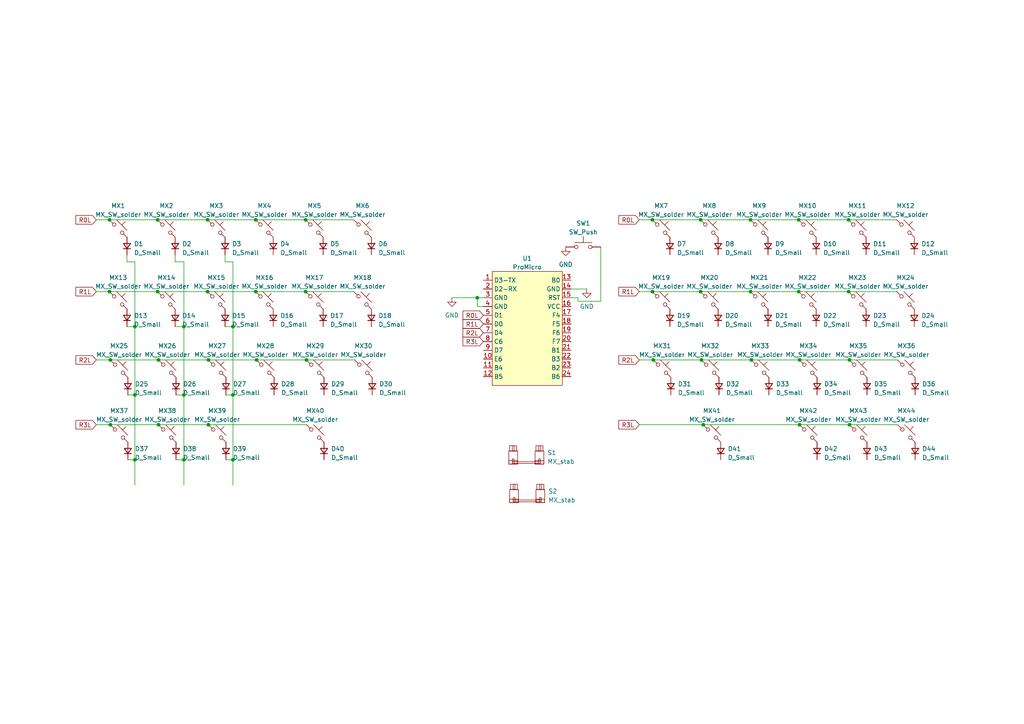
<source format=kicad_sch>
(kicad_sch (version 20230121) (generator eeschema)

  (uuid 5b160958-0a19-430c-8551-f6bafefb77e3)

  (paper "A4")

  (lib_symbols
    (symbol "Device:D_Small" (pin_numbers hide) (pin_names (offset 0.254) hide) (in_bom yes) (on_board yes)
      (property "Reference" "D" (at -1.27 2.032 0)
        (effects (font (size 1.27 1.27)) (justify left))
      )
      (property "Value" "D_Small" (at -3.81 -2.032 0)
        (effects (font (size 1.27 1.27)) (justify left))
      )
      (property "Footprint" "" (at 0 0 90)
        (effects (font (size 1.27 1.27)) hide)
      )
      (property "Datasheet" "~" (at 0 0 90)
        (effects (font (size 1.27 1.27)) hide)
      )
      (property "Sim.Device" "D" (at 0 0 0)
        (effects (font (size 1.27 1.27)) hide)
      )
      (property "Sim.Pins" "1=K 2=A" (at 0 0 0)
        (effects (font (size 1.27 1.27)) hide)
      )
      (property "ki_keywords" "diode" (at 0 0 0)
        (effects (font (size 1.27 1.27)) hide)
      )
      (property "ki_description" "Diode, small symbol" (at 0 0 0)
        (effects (font (size 1.27 1.27)) hide)
      )
      (property "ki_fp_filters" "TO-???* *_Diode_* *SingleDiode* D_*" (at 0 0 0)
        (effects (font (size 1.27 1.27)) hide)
      )
      (symbol "D_Small_0_1"
        (polyline
          (pts
            (xy -0.762 -1.016)
            (xy -0.762 1.016)
          )
          (stroke (width 0.254) (type default))
          (fill (type none))
        )
        (polyline
          (pts
            (xy -0.762 0)
            (xy 0.762 0)
          )
          (stroke (width 0) (type default))
          (fill (type none))
        )
        (polyline
          (pts
            (xy 0.762 -1.016)
            (xy -0.762 0)
            (xy 0.762 1.016)
            (xy 0.762 -1.016)
          )
          (stroke (width 0.254) (type default))
          (fill (type none))
        )
      )
      (symbol "D_Small_1_1"
        (pin passive line (at -2.54 0 0) (length 1.778)
          (name "K" (effects (font (size 1.27 1.27))))
          (number "1" (effects (font (size 1.27 1.27))))
        )
        (pin passive line (at 2.54 0 180) (length 1.778)
          (name "A" (effects (font (size 1.27 1.27))))
          (number "2" (effects (font (size 1.27 1.27))))
        )
      )
    )
    (symbol "PCM_4ms_Power-symbol:GND" (power) (pin_names (offset 0)) (in_bom yes) (on_board yes)
      (property "Reference" "#PWR" (at 0 -6.35 0)
        (effects (font (size 1.27 1.27)) hide)
      )
      (property "Value" "GND" (at 0 -3.81 0)
        (effects (font (size 1.27 1.27)))
      )
      (property "Footprint" "" (at 0 0 0)
        (effects (font (size 1.27 1.27)) hide)
      )
      (property "Datasheet" "" (at 0 0 0)
        (effects (font (size 1.27 1.27)) hide)
      )
      (symbol "GND_0_1"
        (polyline
          (pts
            (xy 0 0)
            (xy 0 -1.27)
            (xy 1.27 -1.27)
            (xy 0 -2.54)
            (xy -1.27 -1.27)
            (xy 0 -1.27)
          )
          (stroke (width 0) (type default))
          (fill (type none))
        )
      )
      (symbol "GND_1_1"
        (pin power_in line (at 0 0 270) (length 0) hide
          (name "GND" (effects (font (size 1.27 1.27))))
          (number "1" (effects (font (size 1.27 1.27))))
        )
      )
    )
    (symbol "PCM_marbastlib-mx:MX_SW_solder" (pin_numbers hide) (pin_names (offset 1.016) hide) (in_bom yes) (on_board yes)
      (property "Reference" "MX" (at 3.048 1.016 0)
        (effects (font (size 1.27 1.27)) (justify left))
      )
      (property "Value" "MX_SW_solder" (at 0 -3.81 0)
        (effects (font (size 1.27 1.27)))
      )
      (property "Footprint" "PCM_marbastlib-mx:SW_MX_1u" (at 0 0 0)
        (effects (font (size 1.27 1.27)) hide)
      )
      (property "Datasheet" "~" (at 0 0 0)
        (effects (font (size 1.27 1.27)) hide)
      )
      (property "ki_keywords" "switch normally-open pushbutton push-button" (at 0 0 0)
        (effects (font (size 1.27 1.27)) hide)
      )
      (property "ki_description" "Push button switch, normally open, two pins, 45° tilted" (at 0 0 0)
        (effects (font (size 1.27 1.27)) hide)
      )
      (symbol "MX_SW_solder_0_1"
        (circle (center -1.1684 1.1684) (radius 0.508)
          (stroke (width 0) (type default))
          (fill (type none))
        )
        (polyline
          (pts
            (xy -0.508 2.54)
            (xy 2.54 -0.508)
          )
          (stroke (width 0) (type default))
          (fill (type none))
        )
        (polyline
          (pts
            (xy 1.016 1.016)
            (xy 2.032 2.032)
          )
          (stroke (width 0) (type default))
          (fill (type none))
        )
        (polyline
          (pts
            (xy -2.54 2.54)
            (xy -1.524 1.524)
            (xy -1.524 1.524)
          )
          (stroke (width 0) (type default))
          (fill (type none))
        )
        (polyline
          (pts
            (xy 1.524 -1.524)
            (xy 2.54 -2.54)
            (xy 2.54 -2.54)
            (xy 2.54 -2.54)
          )
          (stroke (width 0) (type default))
          (fill (type none))
        )
        (circle (center 1.143 -1.1938) (radius 0.508)
          (stroke (width 0) (type default))
          (fill (type none))
        )
        (pin passive line (at -2.54 2.54 0) (length 0)
          (name "1" (effects (font (size 1.27 1.27))))
          (number "1" (effects (font (size 1.27 1.27))))
        )
        (pin passive line (at 2.54 -2.54 180) (length 0)
          (name "2" (effects (font (size 1.27 1.27))))
          (number "2" (effects (font (size 1.27 1.27))))
        )
      )
    )
    (symbol "PCM_marbastlib-mx:MX_stab" (pin_names (offset 1.016)) (in_bom yes) (on_board yes)
      (property "Reference" "S" (at -5.08 6.35 0)
        (effects (font (size 1.27 1.27)) (justify left))
      )
      (property "Value" "MX_stab" (at -5.08 3.81 0)
        (effects (font (size 1.27 1.27)) (justify left))
      )
      (property "Footprint" "PCM_marbastlib-mx:STAB_MX_P_6.25u" (at 0 0 0)
        (effects (font (size 1.27 1.27)) hide)
      )
      (property "Datasheet" "" (at 0 0 0)
        (effects (font (size 1.27 1.27)) hide)
      )
      (property "ki_keywords" "cherry mx stabilizer stab" (at 0 0 0)
        (effects (font (size 1.27 1.27)) hide)
      )
      (property "ki_description" "Cherry MX-style stabilizer" (at 0 0 0)
        (effects (font (size 1.27 1.27)) hide)
      )
      (symbol "MX_stab_0_1"
        (rectangle (start -5.08 -1.524) (end -2.54 -2.54)
          (stroke (width 0) (type default))
          (fill (type none))
        )
        (rectangle (start -5.08 1.27) (end -2.54 -2.54)
          (stroke (width 0) (type default))
          (fill (type none))
        )
        (rectangle (start -4.826 2.794) (end -2.794 1.27)
          (stroke (width 0) (type default))
          (fill (type none))
        )
        (rectangle (start -4.064 -2.286) (end -3.556 -1.016)
          (stroke (width 0) (type default))
          (fill (type none))
        )
        (rectangle (start -4.064 -1.778) (end 4.064 -2.286)
          (stroke (width 0) (type default))
          (fill (type none))
        )
        (rectangle (start -4.064 1.27) (end -3.556 2.794)
          (stroke (width 0) (type default))
          (fill (type none))
        )
        (rectangle (start 2.54 -1.524) (end 5.08 -2.54)
          (stroke (width 0) (type default))
          (fill (type none))
        )
        (rectangle (start 2.54 1.27) (end 5.08 -2.54)
          (stroke (width 0) (type default))
          (fill (type none))
        )
        (rectangle (start 2.794 2.794) (end 4.826 1.27)
          (stroke (width 0) (type default))
          (fill (type none))
        )
        (rectangle (start 3.556 1.27) (end 4.064 2.794)
          (stroke (width 0) (type default))
          (fill (type none))
        )
        (rectangle (start 4.064 -2.286) (end 3.556 -1.016)
          (stroke (width 0) (type default))
          (fill (type none))
        )
      )
    )
    (symbol "PCM_marbastlib-promicroish:Arduino_ProMicro" (in_bom no) (on_board yes)
      (property "Reference" "U" (at 0 20.32 0)
        (effects (font (size 1.27 1.27)))
      )
      (property "Value" "ProMicro" (at 0 17.78 0)
        (effects (font (size 1.27 1.27)))
      )
      (property "Footprint" "PCM_marbastlib-xp-promicroish:ProMicro_USBup" (at 0 -30.48 0)
        (effects (font (size 1.27 1.27)) hide)
      )
      (property "Datasheet" "" (at -12.7 13.97 0)
        (effects (font (size 1.27 1.27)) hide)
      )
      (property "ki_description" "Symbol for an Arduino Pro Micro" (at 0 0 0)
        (effects (font (size 1.27 1.27)) hide)
      )
      (symbol "Arduino_ProMicro_0_0"
        (pin bidirectional line (at -12.7 13.97 0) (length 2.54)
          (name "D3-TX" (effects (font (size 1.27 1.27))))
          (number "1" (effects (font (size 1.27 1.27))))
        )
        (pin bidirectional line (at -12.7 -8.89 0) (length 2.54)
          (name "E6" (effects (font (size 1.27 1.27))))
          (number "10" (effects (font (size 1.27 1.27))))
        )
        (pin bidirectional line (at -12.7 -11.43 0) (length 2.54)
          (name "B4" (effects (font (size 1.27 1.27))))
          (number "11" (effects (font (size 1.27 1.27))))
        )
        (pin bidirectional line (at -12.7 -13.97 0) (length 2.54)
          (name "B5" (effects (font (size 1.27 1.27))))
          (number "12" (effects (font (size 1.27 1.27))))
        )
        (pin power_out line (at 12.7 11.43 180) (length 2.54)
          (name "GND" (effects (font (size 1.27 1.27))))
          (number "14" (effects (font (size 1.27 1.27))))
        )
        (pin bidirectional line (at 12.7 8.89 180) (length 2.54)
          (name "RST" (effects (font (size 1.27 1.27))))
          (number "15" (effects (font (size 1.27 1.27))))
        )
        (pin bidirectional line (at 12.7 3.81 180) (length 2.54)
          (name "F4" (effects (font (size 1.27 1.27))))
          (number "17" (effects (font (size 1.27 1.27))))
        )
        (pin bidirectional line (at 12.7 1.27 180) (length 2.54)
          (name "F5" (effects (font (size 1.27 1.27))))
          (number "18" (effects (font (size 1.27 1.27))))
        )
        (pin bidirectional line (at 12.7 -1.27 180) (length 2.54)
          (name "F6" (effects (font (size 1.27 1.27))))
          (number "19" (effects (font (size 1.27 1.27))))
        )
        (pin bidirectional line (at -12.7 11.43 0) (length 2.54)
          (name "D2-RX" (effects (font (size 1.27 1.27))))
          (number "2" (effects (font (size 1.27 1.27))))
        )
        (pin bidirectional line (at 12.7 -3.81 180) (length 2.54)
          (name "F7" (effects (font (size 1.27 1.27))))
          (number "20" (effects (font (size 1.27 1.27))))
        )
        (pin bidirectional line (at 12.7 -6.35 180) (length 2.54)
          (name "B1" (effects (font (size 1.27 1.27))))
          (number "21" (effects (font (size 1.27 1.27))))
        )
        (pin bidirectional line (at 12.7 -8.89 180) (length 2.54)
          (name "B3" (effects (font (size 1.27 1.27))))
          (number "22" (effects (font (size 1.27 1.27))))
        )
        (pin bidirectional line (at 12.7 -11.43 180) (length 2.54)
          (name "B2" (effects (font (size 1.27 1.27))))
          (number "23" (effects (font (size 1.27 1.27))))
        )
        (pin bidirectional line (at 12.7 -13.97 180) (length 2.54)
          (name "B6" (effects (font (size 1.27 1.27))))
          (number "24" (effects (font (size 1.27 1.27))))
        )
        (pin power_out line (at -12.7 8.89 0) (length 2.54)
          (name "GND" (effects (font (size 1.27 1.27))))
          (number "3" (effects (font (size 1.27 1.27))))
        )
        (pin power_out line (at -12.7 6.35 0) (length 2.54)
          (name "GND" (effects (font (size 1.27 1.27))))
          (number "4" (effects (font (size 1.27 1.27))))
        )
        (pin bidirectional line (at -12.7 3.81 0) (length 2.54)
          (name "D1" (effects (font (size 1.27 1.27))))
          (number "5" (effects (font (size 1.27 1.27))))
        )
        (pin bidirectional line (at -12.7 1.27 0) (length 2.54)
          (name "D0" (effects (font (size 1.27 1.27))))
          (number "6" (effects (font (size 1.27 1.27))))
        )
        (pin bidirectional line (at -12.7 -1.27 0) (length 2.54)
          (name "D4" (effects (font (size 1.27 1.27))))
          (number "7" (effects (font (size 1.27 1.27))))
        )
        (pin bidirectional line (at -12.7 -3.81 0) (length 2.54)
          (name "C6" (effects (font (size 1.27 1.27))))
          (number "8" (effects (font (size 1.27 1.27))))
        )
        (pin bidirectional line (at -12.7 -6.35 0) (length 2.54)
          (name "D7" (effects (font (size 1.27 1.27))))
          (number "9" (effects (font (size 1.27 1.27))))
        )
      )
      (symbol "Arduino_ProMicro_1_0"
        (pin bidirectional line (at 12.7 13.97 180) (length 2.54)
          (name "B0" (effects (font (size 1.27 1.27))))
          (number "13" (effects (font (size 1.27 1.27))))
        )
        (pin power_out line (at 12.7 6.35 180) (length 2.54)
          (name "VCC" (effects (font (size 1.27 1.27))))
          (number "16" (effects (font (size 1.27 1.27))))
        )
      )
      (symbol "Arduino_ProMicro_1_1"
        (rectangle (start -10.16 16.51) (end 10.16 -16.51)
          (stroke (width 0) (type default))
          (fill (type background))
        )
      )
    )
    (symbol "Switch:SW_Push" (pin_numbers hide) (pin_names (offset 1.016) hide) (in_bom yes) (on_board yes)
      (property "Reference" "SW" (at 1.27 2.54 0)
        (effects (font (size 1.27 1.27)) (justify left))
      )
      (property "Value" "SW_Push" (at 0 -1.524 0)
        (effects (font (size 1.27 1.27)))
      )
      (property "Footprint" "" (at 0 5.08 0)
        (effects (font (size 1.27 1.27)) hide)
      )
      (property "Datasheet" "~" (at 0 5.08 0)
        (effects (font (size 1.27 1.27)) hide)
      )
      (property "ki_keywords" "switch normally-open pushbutton push-button" (at 0 0 0)
        (effects (font (size 1.27 1.27)) hide)
      )
      (property "ki_description" "Push button switch, generic, two pins" (at 0 0 0)
        (effects (font (size 1.27 1.27)) hide)
      )
      (symbol "SW_Push_0_1"
        (circle (center -2.032 0) (radius 0.508)
          (stroke (width 0) (type default))
          (fill (type none))
        )
        (polyline
          (pts
            (xy 0 1.27)
            (xy 0 3.048)
          )
          (stroke (width 0) (type default))
          (fill (type none))
        )
        (polyline
          (pts
            (xy 2.54 1.27)
            (xy -2.54 1.27)
          )
          (stroke (width 0) (type default))
          (fill (type none))
        )
        (circle (center 2.032 0) (radius 0.508)
          (stroke (width 0) (type default))
          (fill (type none))
        )
        (pin passive line (at -5.08 0 0) (length 2.54)
          (name "1" (effects (font (size 1.27 1.27))))
          (number "1" (effects (font (size 1.27 1.27))))
        )
        (pin passive line (at 5.08 0 180) (length 2.54)
          (name "2" (effects (font (size 1.27 1.27))))
          (number "2" (effects (font (size 1.27 1.27))))
        )
      )
    )
  )

  (junction (at 231.648 63.754) (diameter 0) (color 0 0 0 0)
    (uuid 00ab21c3-757d-44fb-aa12-80d2bfb03833)
  )
  (junction (at 74.422 104.394) (diameter 0) (color 0 0 0 0)
    (uuid 1aaebf17-678e-440b-bcfa-55c46bf03fed)
  )
  (junction (at 60.198 84.582) (diameter 0) (color 0 0 0 0)
    (uuid 1e2f310c-6669-4231-9484-f65e8a50ca77)
  )
  (junction (at 53.34 133.35) (diameter 0) (color 0 0 0 0)
    (uuid 1e4d1706-93ec-4593-a224-a184d0bca03b)
  )
  (junction (at 246.38 104.394) (diameter 0) (color 0 0 0 0)
    (uuid 2a2571fc-9840-430e-83af-38f22cdf44a3)
  )
  (junction (at 203.2 63.754) (diameter 0) (color 0 0 0 0)
    (uuid 3421240c-cc1c-4adf-b6e0-1d91e79340d4)
  )
  (junction (at 53.34 94.742) (diameter 0) (color 0 0 0 0)
    (uuid 3746f7a9-155d-4b8e-a48b-4abf89ab5795)
  )
  (junction (at 189.484 104.394) (diameter 0) (color 0 0 0 0)
    (uuid 4049a684-a68a-4c03-90c8-ca359ee442cb)
  )
  (junction (at 88.646 84.582) (diameter 0) (color 0 0 0 0)
    (uuid 4133c9c8-fea0-465a-aa8c-831c7c853404)
  )
  (junction (at 74.168 63.754) (diameter 0) (color 0 0 0 0)
    (uuid 467b4a12-7a10-4642-a158-5256c6ac2828)
  )
  (junction (at 32.004 123.19) (diameter 0) (color 0 0 0 0)
    (uuid 4907c947-bb73-45cd-8679-c10a711598e7)
  )
  (junction (at 60.452 104.394) (diameter 0) (color 0 0 0 0)
    (uuid 4d62740b-5ef1-474d-b6ee-991726967c48)
  )
  (junction (at 45.72 63.754) (diameter 0) (color 0 0 0 0)
    (uuid 516872c8-900d-4005-82d0-7b3907b80ea3)
  )
  (junction (at 39.116 114.554) (diameter 0) (color 0 0 0 0)
    (uuid 51da11d8-c70a-4af1-a8d9-1fd5d19501f1)
  )
  (junction (at 88.9 104.394) (diameter 0) (color 0 0 0 0)
    (uuid 51f99b54-bd51-4fe7-9834-63d7e500ca92)
  )
  (junction (at 45.72 84.582) (diameter 0) (color 0 0 0 0)
    (uuid 5b9c697c-02d0-4bb0-ad7d-53affe171145)
  )
  (junction (at 203.962 123.19) (diameter 0) (color 0 0 0 0)
    (uuid 61f732ca-1db9-4c9c-ad86-3e3ff27292af)
  )
  (junction (at 31.75 63.754) (diameter 0) (color 0 0 0 0)
    (uuid 66a1498e-3747-47c7-b356-23b7f7677335)
  )
  (junction (at 189.23 63.754) (diameter 0) (color 0 0 0 0)
    (uuid 6bfb4f5f-9009-4e00-a299-5c4b7b4335da)
  )
  (junction (at 67.564 94.742) (diameter 0) (color 0 0 0 0)
    (uuid 6c7d88ba-ddd9-466d-b03f-fb08407dab30)
  )
  (junction (at 203.454 104.394) (diameter 0) (color 0 0 0 0)
    (uuid 743e1531-faf0-4c1d-a5a5-945f2267d6ac)
  )
  (junction (at 60.198 63.754) (diameter 0) (color 0 0 0 0)
    (uuid 7c1d8bde-45b0-4207-a329-6ee28067fd98)
  )
  (junction (at 39.116 133.35) (diameter 0) (color 0 0 0 0)
    (uuid 8221b911-73e4-44ee-80cb-86a554a54668)
  )
  (junction (at 231.902 123.19) (diameter 0) (color 0 0 0 0)
    (uuid 86c08979-6cd1-43a1-a570-9ecd572f9410)
  )
  (junction (at 231.902 104.394) (diameter 0) (color 0 0 0 0)
    (uuid 895078f4-bf15-4e48-9552-610d1847c9cb)
  )
  (junction (at 138.43 86.36) (diameter 0) (color 0 0 0 0)
    (uuid 8d66faf3-6a15-46f1-89df-42e598b179a3)
  )
  (junction (at 67.564 133.35) (diameter 0) (color 0 0 0 0)
    (uuid 9839a858-932b-40a6-8906-ee2f871b7084)
  )
  (junction (at 45.974 123.19) (diameter 0) (color 0 0 0 0)
    (uuid 9d0fa26b-17f8-48c0-abd8-5e364be17f61)
  )
  (junction (at 189.23 84.582) (diameter 0) (color 0 0 0 0)
    (uuid a7ed8aa1-49c5-496a-9b1f-4a2a2731d452)
  )
  (junction (at 67.564 114.554) (diameter 0) (color 0 0 0 0)
    (uuid a832fd86-2ad6-4a95-a60b-e813b57ad0af)
  )
  (junction (at 88.646 63.754) (diameter 0) (color 0 0 0 0)
    (uuid af57b312-faa5-4be3-ae44-20332f08ad88)
  )
  (junction (at 60.452 123.19) (diameter 0) (color 0 0 0 0)
    (uuid b40e65de-e5d6-41f5-9977-832089de5e45)
  )
  (junction (at 39.116 94.742) (diameter 0) (color 0 0 0 0)
    (uuid b4d4a586-e163-48b5-b450-52a5f7046768)
  )
  (junction (at 246.38 123.19) (diameter 0) (color 0 0 0 0)
    (uuid b526b64b-dccd-4d3a-9af4-72c73fbacb48)
  )
  (junction (at 45.974 104.394) (diameter 0) (color 0 0 0 0)
    (uuid b84e3ef2-b69b-469e-9263-911a9ec65883)
  )
  (junction (at 74.168 84.582) (diameter 0) (color 0 0 0 0)
    (uuid bc4bb7d7-73bc-4da2-ba2f-a65942af90a6)
  )
  (junction (at 217.678 63.754) (diameter 0) (color 0 0 0 0)
    (uuid be749ff2-6bef-4502-b53f-4e3026c37374)
  )
  (junction (at 217.678 84.582) (diameter 0) (color 0 0 0 0)
    (uuid bffabe54-3728-4637-bba3-97ca829d111d)
  )
  (junction (at 231.648 84.582) (diameter 0) (color 0 0 0 0)
    (uuid cf6d89f1-a2dc-4c30-bb07-ed7d29da54c7)
  )
  (junction (at 31.75 84.582) (diameter 0) (color 0 0 0 0)
    (uuid d3f14808-b98f-4cd5-91f3-d62434de2274)
  )
  (junction (at 217.932 104.394) (diameter 0) (color 0 0 0 0)
    (uuid db1b3693-db2c-4c19-9442-cac35a731a16)
  )
  (junction (at 53.34 114.554) (diameter 0) (color 0 0 0 0)
    (uuid deb3ed7f-a321-4b32-bc1b-c7a3d56fa78c)
  )
  (junction (at 246.126 84.582) (diameter 0) (color 0 0 0 0)
    (uuid e8d4a0cb-7ebe-4db4-a1d4-403b3af064b0)
  )
  (junction (at 32.004 104.394) (diameter 0) (color 0 0 0 0)
    (uuid e98fb32b-873b-41bf-aa9e-528964b7310f)
  )
  (junction (at 203.2 84.582) (diameter 0) (color 0 0 0 0)
    (uuid eefc02f7-33b6-416c-93df-8f33fdd81e43)
  )
  (junction (at 246.126 63.754) (diameter 0) (color 0 0 0 0)
    (uuid f0f11e67-5ca1-4285-af34-fda83f5201c2)
  )

  (wire (pts (xy 39.116 133.35) (xy 39.116 140.716))
    (stroke (width 0) (type default))
    (uuid 05ca3d4c-7913-48a8-b411-924cb85a0c87)
  )
  (wire (pts (xy 31.75 63.754) (xy 45.72 63.754))
    (stroke (width 0) (type default))
    (uuid 0cfa8971-7a0a-4a40-b255-05d982adce46)
  )
  (wire (pts (xy 60.452 123.19) (xy 88.9 123.19))
    (stroke (width 0) (type default))
    (uuid 146afa0c-a02e-46fa-b3cc-26977772ba91)
  )
  (wire (pts (xy 65.532 114.554) (xy 67.564 114.554))
    (stroke (width 0) (type default))
    (uuid 155d8e43-c544-443e-8bd7-382f66e7072d)
  )
  (wire (pts (xy 39.116 114.554) (xy 39.116 133.35))
    (stroke (width 0) (type default))
    (uuid 19ea666b-cc6f-4e19-bf36-9db65c18443f)
  )
  (wire (pts (xy 32.004 123.19) (xy 45.974 123.19))
    (stroke (width 0) (type default))
    (uuid 19fc0bf3-8b14-4da1-bdcf-ed506858866b)
  )
  (wire (pts (xy 45.974 104.394) (xy 60.452 104.394))
    (stroke (width 0) (type default))
    (uuid 1be63fc5-530c-4524-8cea-dd5daddd9621)
  )
  (wire (pts (xy 203.454 104.394) (xy 217.932 104.394))
    (stroke (width 0) (type default))
    (uuid 1fac3572-425e-49c8-870d-65bdd6d18ec6)
  )
  (wire (pts (xy 217.678 63.754) (xy 231.648 63.754))
    (stroke (width 0) (type default))
    (uuid 2172e69f-31c8-4be4-b4bd-5e8729814319)
  )
  (wire (pts (xy 217.678 84.582) (xy 231.648 84.582))
    (stroke (width 0) (type default))
    (uuid 2222b691-9e1c-41be-8023-a9fe9703947d)
  )
  (wire (pts (xy 185.42 104.394) (xy 189.484 104.394))
    (stroke (width 0) (type default))
    (uuid 27089194-fd71-4005-96f4-98b2daca8f4a)
  )
  (wire (pts (xy 174.244 87.376) (xy 174.244 71.628))
    (stroke (width 0) (type default))
    (uuid 2ec5d8fe-798b-4461-b479-a668536726d6)
  )
  (wire (pts (xy 39.116 75.946) (xy 39.116 94.742))
    (stroke (width 0) (type default))
    (uuid 3001f76a-3b52-4b67-94dd-1318012f2485)
  )
  (wire (pts (xy 189.23 63.754) (xy 203.2 63.754))
    (stroke (width 0) (type default))
    (uuid 309e15eb-8ef4-4368-84cc-8de3511d98fb)
  )
  (wire (pts (xy 88.646 63.754) (xy 102.616 63.754))
    (stroke (width 0) (type default))
    (uuid 34d6f6b3-8638-42bd-b766-0539f69a343e)
  )
  (wire (pts (xy 27.94 63.754) (xy 31.75 63.754))
    (stroke (width 0) (type default))
    (uuid 3734b4cb-48cb-4dce-a364-8080471ab039)
  )
  (wire (pts (xy 51.054 133.35) (xy 53.34 133.35))
    (stroke (width 0) (type default))
    (uuid 37e352c7-b25c-48ad-8e3e-438a4c50f454)
  )
  (wire (pts (xy 185.42 123.19) (xy 203.962 123.19))
    (stroke (width 0) (type default))
    (uuid 3aff0c82-2a14-4437-9867-76717408144e)
  )
  (wire (pts (xy 67.564 94.742) (xy 67.564 114.554))
    (stroke (width 0) (type default))
    (uuid 3d050140-87c0-4135-8a1b-9f47120bcd85)
  )
  (wire (pts (xy 65.278 75.946) (xy 67.564 75.946))
    (stroke (width 0) (type default))
    (uuid 3db6e4a2-b8a5-4d5f-8ef8-fcf706fe4d58)
  )
  (wire (pts (xy 36.83 73.914) (xy 36.83 75.946))
    (stroke (width 0) (type default))
    (uuid 3eba7747-2efd-47dd-beca-097250f87dc8)
  )
  (wire (pts (xy 74.422 104.394) (xy 88.9 104.394))
    (stroke (width 0) (type default))
    (uuid 403e3b53-de8f-45a6-8e99-8afed474ad60)
  )
  (wire (pts (xy 53.34 75.946) (xy 53.34 94.742))
    (stroke (width 0) (type default))
    (uuid 427d2106-ccb3-4ed5-90b5-496010fb5dd9)
  )
  (wire (pts (xy 60.452 104.394) (xy 74.422 104.394))
    (stroke (width 0) (type default))
    (uuid 47e4f8bd-1e13-4193-a0c8-aff6b9c923b6)
  )
  (wire (pts (xy 203.2 84.582) (xy 217.678 84.582))
    (stroke (width 0) (type default))
    (uuid 4a20fb2f-e11d-45ee-bf89-322f0c2424fe)
  )
  (wire (pts (xy 32.004 104.394) (xy 45.974 104.394))
    (stroke (width 0) (type default))
    (uuid 4a429ef5-1019-4903-bb3b-1b8755e997fb)
  )
  (wire (pts (xy 203.962 123.19) (xy 231.902 123.19))
    (stroke (width 0) (type default))
    (uuid 4a7e12c2-6c52-4c14-864c-65ce825421ca)
  )
  (wire (pts (xy 65.532 133.35) (xy 67.564 133.35))
    (stroke (width 0) (type default))
    (uuid 4ab5b609-cdf8-412d-a71e-cbcef9da3a7f)
  )
  (wire (pts (xy 67.564 133.35) (xy 67.564 140.716))
    (stroke (width 0) (type default))
    (uuid 4b73ab83-59ac-48d3-918e-49f1fbe9d395)
  )
  (wire (pts (xy 167.64 86.36) (xy 167.64 87.376))
    (stroke (width 0) (type default))
    (uuid 5108a945-9c49-46a4-ae4f-b192ee260744)
  )
  (wire (pts (xy 53.34 94.742) (xy 53.34 114.554))
    (stroke (width 0) (type default))
    (uuid 5533acea-1741-4f4e-afaa-86f078c56c4c)
  )
  (wire (pts (xy 185.42 84.582) (xy 189.23 84.582))
    (stroke (width 0) (type default))
    (uuid 5c23e301-a979-4462-b14c-e3c88cf3835a)
  )
  (wire (pts (xy 231.648 63.754) (xy 246.126 63.754))
    (stroke (width 0) (type default))
    (uuid 64649a17-53fe-4afb-9e7f-c34a6588097e)
  )
  (wire (pts (xy 74.168 63.754) (xy 88.646 63.754))
    (stroke (width 0) (type default))
    (uuid 67965913-b6be-4e41-bf19-b64baa8ecd76)
  )
  (wire (pts (xy 138.43 88.9) (xy 138.43 86.36))
    (stroke (width 0) (type default))
    (uuid 6ad339a9-488f-4eb3-adcb-abf87e4c53b7)
  )
  (wire (pts (xy 74.168 84.582) (xy 88.646 84.582))
    (stroke (width 0) (type default))
    (uuid 6cc7d5e6-22e1-4ab0-a2c2-a75576f9249d)
  )
  (wire (pts (xy 185.42 63.754) (xy 189.23 63.754))
    (stroke (width 0) (type default))
    (uuid 6e450edd-e26e-4faa-bfc7-b932cc99afab)
  )
  (wire (pts (xy 246.126 84.582) (xy 260.096 84.582))
    (stroke (width 0) (type default))
    (uuid 6e7794e6-99d7-4270-9948-47e0f993e84b)
  )
  (wire (pts (xy 60.198 63.754) (xy 74.168 63.754))
    (stroke (width 0) (type default))
    (uuid 6f4a7480-07ac-4f35-bc33-5ead4482731d)
  )
  (wire (pts (xy 246.38 104.394) (xy 260.35 104.394))
    (stroke (width 0) (type default))
    (uuid 76fa35c0-98b7-4255-942f-d772baf2f51c)
  )
  (wire (pts (xy 27.94 84.582) (xy 31.75 84.582))
    (stroke (width 0) (type default))
    (uuid 7b29dd19-ab61-41df-a7e2-68300ce7918a)
  )
  (wire (pts (xy 60.198 84.582) (xy 74.168 84.582))
    (stroke (width 0) (type default))
    (uuid 7da1cb8c-e2ae-4be2-89ba-bca898dcb5e3)
  )
  (wire (pts (xy 67.564 114.554) (xy 67.564 133.35))
    (stroke (width 0) (type default))
    (uuid 817555bf-e982-4dc8-a2e2-4422a5672f90)
  )
  (wire (pts (xy 36.83 75.946) (xy 39.116 75.946))
    (stroke (width 0) (type default))
    (uuid 89160ecb-eb99-42cc-9f07-1a730dac50d5)
  )
  (wire (pts (xy 53.34 114.554) (xy 53.34 133.35))
    (stroke (width 0) (type default))
    (uuid 8b270807-dc48-4243-bfd3-598c7588d478)
  )
  (wire (pts (xy 165.608 86.36) (xy 167.64 86.36))
    (stroke (width 0) (type default))
    (uuid 920f71ef-315b-45fb-af56-dbdeabfd82e5)
  )
  (wire (pts (xy 27.94 123.19) (xy 32.004 123.19))
    (stroke (width 0) (type default))
    (uuid 93dedaa0-5854-479d-8b4e-cb68c8c353e1)
  )
  (wire (pts (xy 37.084 133.35) (xy 39.116 133.35))
    (stroke (width 0) (type default))
    (uuid 93fde1c9-3be0-4fb7-9bb9-b4e22aea8272)
  )
  (wire (pts (xy 88.9 104.394) (xy 102.87 104.394))
    (stroke (width 0) (type default))
    (uuid 99e4b20e-ec7f-45e6-8332-73cad1a18b5d)
  )
  (wire (pts (xy 217.932 104.394) (xy 231.902 104.394))
    (stroke (width 0) (type default))
    (uuid 9e291202-22c3-4681-b63c-85a07c1a9095)
  )
  (wire (pts (xy 39.116 94.742) (xy 39.116 114.554))
    (stroke (width 0) (type default))
    (uuid a1105199-6e7f-4ab3-b129-8f3d24af4c99)
  )
  (wire (pts (xy 167.64 87.376) (xy 174.244 87.376))
    (stroke (width 0) (type default))
    (uuid a1e4fed5-95a9-4af4-bdb1-5358cb139188)
  )
  (wire (pts (xy 165.608 83.82) (xy 170.18 83.82))
    (stroke (width 0) (type default))
    (uuid a2b27874-013c-42ad-b55c-22cb9d640f85)
  )
  (wire (pts (xy 231.902 123.19) (xy 246.38 123.19))
    (stroke (width 0) (type default))
    (uuid aadd8c82-5300-471b-a64b-60fd1229450d)
  )
  (wire (pts (xy 37.084 114.554) (xy 39.116 114.554))
    (stroke (width 0) (type default))
    (uuid ab5b0d9d-7374-4ab4-949d-bbe698d42a96)
  )
  (wire (pts (xy 189.484 104.394) (xy 203.454 104.394))
    (stroke (width 0) (type default))
    (uuid b183e3d8-7355-47ce-9a19-6a1508eea578)
  )
  (wire (pts (xy 88.646 84.582) (xy 102.616 84.582))
    (stroke (width 0) (type default))
    (uuid b47b756b-78a8-46c4-85a7-603d6f515cc7)
  )
  (wire (pts (xy 246.126 63.754) (xy 260.096 63.754))
    (stroke (width 0) (type default))
    (uuid b4c387c4-7467-46aa-a5e7-a76225097b22)
  )
  (wire (pts (xy 50.8 75.946) (xy 53.34 75.946))
    (stroke (width 0) (type default))
    (uuid b84eecfd-c9f4-4d81-b62a-a2ecf5d40a0e)
  )
  (wire (pts (xy 45.72 84.582) (xy 60.198 84.582))
    (stroke (width 0) (type default))
    (uuid ba0dab32-7a41-498d-8e8b-a2b5c8d7b1f6)
  )
  (wire (pts (xy 67.564 75.946) (xy 67.564 94.742))
    (stroke (width 0) (type default))
    (uuid bca71f9e-7baa-4f25-9f79-c9f61e6af9bb)
  )
  (wire (pts (xy 65.278 73.914) (xy 65.278 75.946))
    (stroke (width 0) (type default))
    (uuid bd2c3d39-ec28-49ce-ab07-f3ead63fdbd5)
  )
  (wire (pts (xy 189.23 84.582) (xy 203.2 84.582))
    (stroke (width 0) (type default))
    (uuid bf4b6e20-0116-47d9-9d2e-9f39380cdcdb)
  )
  (wire (pts (xy 138.43 86.36) (xy 140.208 86.36))
    (stroke (width 0) (type default))
    (uuid c0cd120c-ba39-4123-9dd7-cc7965721d80)
  )
  (wire (pts (xy 231.648 84.582) (xy 246.126 84.582))
    (stroke (width 0) (type default))
    (uuid c23507a2-01e8-4ca7-9217-afb58c38851f)
  )
  (wire (pts (xy 65.278 94.742) (xy 67.564 94.742))
    (stroke (width 0) (type default))
    (uuid c402fceb-b848-41c0-afb6-96de821f8214)
  )
  (wire (pts (xy 45.974 123.19) (xy 60.452 123.19))
    (stroke (width 0) (type default))
    (uuid c66f0ce6-7b93-49d6-939d-93a668d4a69b)
  )
  (wire (pts (xy 131.064 86.36) (xy 138.43 86.36))
    (stroke (width 0) (type default))
    (uuid ca8592d3-022d-4633-8ea5-df434338102e)
  )
  (wire (pts (xy 45.72 63.754) (xy 60.198 63.754))
    (stroke (width 0) (type default))
    (uuid d1b98028-c559-40e6-8d7d-ad129c01196a)
  )
  (wire (pts (xy 51.054 114.554) (xy 53.34 114.554))
    (stroke (width 0) (type default))
    (uuid d5fa8e39-11e0-452e-a95c-c94c8acab584)
  )
  (wire (pts (xy 36.83 94.742) (xy 39.116 94.742))
    (stroke (width 0) (type default))
    (uuid d6563935-d4ef-46da-a8aa-f3e4b46645d9)
  )
  (wire (pts (xy 53.34 133.35) (xy 53.34 140.716))
    (stroke (width 0) (type default))
    (uuid d6a547af-2c65-4cf6-a6f4-67c9f908095b)
  )
  (wire (pts (xy 140.208 88.9) (xy 138.43 88.9))
    (stroke (width 0) (type default))
    (uuid dcca6cc2-43ef-448a-b666-261189a6a588)
  )
  (wire (pts (xy 31.75 84.582) (xy 45.72 84.582))
    (stroke (width 0) (type default))
    (uuid e4b356d1-6e9d-4b8e-97fa-f3233e4ddd30)
  )
  (wire (pts (xy 203.2 63.754) (xy 217.678 63.754))
    (stroke (width 0) (type default))
    (uuid e729975c-eb3e-47f2-b52c-84d160295e04)
  )
  (wire (pts (xy 50.8 94.742) (xy 53.34 94.742))
    (stroke (width 0) (type default))
    (uuid eb815bfb-3e52-4a77-b2b2-5cb3f2543b50)
  )
  (wire (pts (xy 231.902 104.394) (xy 246.38 104.394))
    (stroke (width 0) (type default))
    (uuid f3c7735d-2b2f-4101-b315-eba4d16085de)
  )
  (wire (pts (xy 246.38 123.19) (xy 260.35 123.19))
    (stroke (width 0) (type default))
    (uuid f5143a60-106f-4401-aa93-88e9b7aba98d)
  )
  (wire (pts (xy 27.94 104.394) (xy 32.004 104.394))
    (stroke (width 0) (type default))
    (uuid faef7779-eefb-4efb-aa63-f81d1b9c4483)
  )
  (wire (pts (xy 50.8 73.914) (xy 50.8 75.946))
    (stroke (width 0) (type default))
    (uuid ff809884-d857-44b8-a958-4a52f1c3b930)
  )

  (global_label "R1L" (shape input) (at 140.208 93.98 180) (fields_autoplaced)
    (effects (font (size 1.27 1.27)) (justify right))
    (uuid 0347b826-def0-44ca-aa4a-518a5fa863b3)
    (property "Intersheetrefs" "${INTERSHEET_REFS}" (at 133.7946 93.98 0)
      (effects (font (size 1.27 1.27)) (justify right) hide)
    )
  )
  (global_label "R1L" (shape input) (at 185.42 84.582 180) (fields_autoplaced)
    (effects (font (size 1.27 1.27)) (justify right))
    (uuid 10599d61-4773-4b56-b928-542fdf6281e6)
    (property "Intersheetrefs" "${INTERSHEET_REFS}" (at 179.0066 84.582 0)
      (effects (font (size 1.27 1.27)) (justify right) hide)
    )
  )
  (global_label "R0L" (shape input) (at 140.208 91.44 180) (fields_autoplaced)
    (effects (font (size 1.27 1.27)) (justify right))
    (uuid 491dd048-bb5e-467e-a6b9-ac07f78ea283)
    (property "Intersheetrefs" "${INTERSHEET_REFS}" (at 133.7946 91.44 0)
      (effects (font (size 1.27 1.27)) (justify right) hide)
    )
  )
  (global_label "R0L" (shape input) (at 27.94 63.754 180) (fields_autoplaced)
    (effects (font (size 1.27 1.27)) (justify right))
    (uuid 61951a23-9220-43db-ae22-e0a908cfcd77)
    (property "Intersheetrefs" "${INTERSHEET_REFS}" (at 21.5266 63.754 0)
      (effects (font (size 1.27 1.27)) (justify right) hide)
    )
  )
  (global_label "R3L" (shape input) (at 27.94 123.19 180) (fields_autoplaced)
    (effects (font (size 1.27 1.27)) (justify right))
    (uuid 62adbacf-a6be-4249-85b5-e725053101d4)
    (property "Intersheetrefs" "${INTERSHEET_REFS}" (at 21.5266 123.19 0)
      (effects (font (size 1.27 1.27)) (justify right) hide)
    )
  )
  (global_label "R0L" (shape input) (at 185.42 63.754 180) (fields_autoplaced)
    (effects (font (size 1.27 1.27)) (justify right))
    (uuid 77638030-1f5b-4232-ba90-a35731d22643)
    (property "Intersheetrefs" "${INTERSHEET_REFS}" (at 179.0066 63.754 0)
      (effects (font (size 1.27 1.27)) (justify right) hide)
    )
  )
  (global_label "R2L" (shape input) (at 140.208 96.52 180) (fields_autoplaced)
    (effects (font (size 1.27 1.27)) (justify right))
    (uuid 7bcb6201-87fc-4c8d-87b6-10abc38078ab)
    (property "Intersheetrefs" "${INTERSHEET_REFS}" (at 133.7946 96.52 0)
      (effects (font (size 1.27 1.27)) (justify right) hide)
    )
  )
  (global_label "R1L" (shape input) (at 27.94 84.582 180) (fields_autoplaced)
    (effects (font (size 1.27 1.27)) (justify right))
    (uuid b525d04d-449e-40a2-8969-84892230540f)
    (property "Intersheetrefs" "${INTERSHEET_REFS}" (at 21.5266 84.582 0)
      (effects (font (size 1.27 1.27)) (justify right) hide)
    )
  )
  (global_label "R3L" (shape input) (at 185.42 123.19 180) (fields_autoplaced)
    (effects (font (size 1.27 1.27)) (justify right))
    (uuid c49eee1e-eecb-4d34-8783-a42529778642)
    (property "Intersheetrefs" "${INTERSHEET_REFS}" (at 179.0066 123.19 0)
      (effects (font (size 1.27 1.27)) (justify right) hide)
    )
  )
  (global_label "R3L" (shape input) (at 140.208 99.06 180) (fields_autoplaced)
    (effects (font (size 1.27 1.27)) (justify right))
    (uuid db8bedab-c313-4883-90a4-2619273818db)
    (property "Intersheetrefs" "${INTERSHEET_REFS}" (at 133.7946 99.06 0)
      (effects (font (size 1.27 1.27)) (justify right) hide)
    )
  )
  (global_label "R2L" (shape input) (at 27.94 104.394 180) (fields_autoplaced)
    (effects (font (size 1.27 1.27)) (justify right))
    (uuid dd04e9c4-0c91-4b39-97cb-c4aa2a107e21)
    (property "Intersheetrefs" "${INTERSHEET_REFS}" (at 21.5266 104.394 0)
      (effects (font (size 1.27 1.27)) (justify right) hide)
    )
  )
  (global_label "R2L" (shape input) (at 185.42 104.394 180) (fields_autoplaced)
    (effects (font (size 1.27 1.27)) (justify right))
    (uuid feada746-3cd8-47ca-b609-c875ea96e375)
    (property "Intersheetrefs" "${INTERSHEET_REFS}" (at 179.0066 104.394 0)
      (effects (font (size 1.27 1.27)) (justify right) hide)
    )
  )

  (symbol (lib_id "Device:D_Small") (at 37.084 112.014 90) (unit 1)
    (in_bom yes) (on_board yes) (dnp no) (fields_autoplaced)
    (uuid 0734d0e9-3556-4df8-bc28-15ae2f6df194)
    (property "Reference" "D25" (at 39.116 111.379 90)
      (effects (font (size 1.27 1.27)) (justify right))
    )
    (property "Value" "D_Small" (at 39.116 113.919 90)
      (effects (font (size 1.27 1.27)) (justify right))
    )
    (property "Footprint" "Diode_SMD:D_SOD-123" (at 37.084 112.014 90)
      (effects (font (size 1.27 1.27)) hide)
    )
    (property "Datasheet" "~" (at 37.084 112.014 90)
      (effects (font (size 1.27 1.27)) hide)
    )
    (property "Sim.Device" "D" (at 37.084 112.014 0)
      (effects (font (size 1.27 1.27)) hide)
    )
    (property "Sim.Pins" "1=K 2=A" (at 37.084 112.014 0)
      (effects (font (size 1.27 1.27)) hide)
    )
    (pin "1" (uuid 6fd8b8bf-9f01-4c83-be40-b48b454ec440))
    (pin "2" (uuid 1dc28a5b-812e-476d-9c07-f9648c51df33))
    (instances
      (project "OrthoLine40"
        (path "/5b160958-0a19-430c-8551-f6bafefb77e3"
          (reference "D25") (unit 1)
        )
      )
    )
  )

  (symbol (lib_id "Device:D_Small") (at 208.28 92.202 90) (unit 1)
    (in_bom yes) (on_board yes) (dnp no) (fields_autoplaced)
    (uuid 07f0175a-d807-47fa-90b7-da6383dbfbf2)
    (property "Reference" "D20" (at 210.312 91.567 90)
      (effects (font (size 1.27 1.27)) (justify right))
    )
    (property "Value" "D_Small" (at 210.312 94.107 90)
      (effects (font (size 1.27 1.27)) (justify right))
    )
    (property "Footprint" "Diode_SMD:D_SOD-123" (at 208.28 92.202 90)
      (effects (font (size 1.27 1.27)) hide)
    )
    (property "Datasheet" "~" (at 208.28 92.202 90)
      (effects (font (size 1.27 1.27)) hide)
    )
    (property "Sim.Device" "D" (at 208.28 92.202 0)
      (effects (font (size 1.27 1.27)) hide)
    )
    (property "Sim.Pins" "1=K 2=A" (at 208.28 92.202 0)
      (effects (font (size 1.27 1.27)) hide)
    )
    (pin "1" (uuid 7ce15d83-756f-478c-a480-5882647926c0))
    (pin "2" (uuid f3485b40-67b8-4ddd-9d3f-d2899c837949))
    (instances
      (project "OrthoLine40"
        (path "/5b160958-0a19-430c-8551-f6bafefb77e3"
          (reference "D20") (unit 1)
        )
      )
    )
  )

  (symbol (lib_id "Device:D_Small") (at 107.696 92.202 90) (unit 1)
    (in_bom yes) (on_board yes) (dnp no) (fields_autoplaced)
    (uuid 0945ad97-da44-495b-9b7c-19e54aa2e74c)
    (property "Reference" "D18" (at 109.728 91.567 90)
      (effects (font (size 1.27 1.27)) (justify right))
    )
    (property "Value" "D_Small" (at 109.728 94.107 90)
      (effects (font (size 1.27 1.27)) (justify right))
    )
    (property "Footprint" "Diode_SMD:D_SOD-123" (at 107.696 92.202 90)
      (effects (font (size 1.27 1.27)) hide)
    )
    (property "Datasheet" "~" (at 107.696 92.202 90)
      (effects (font (size 1.27 1.27)) hide)
    )
    (property "Sim.Device" "D" (at 107.696 92.202 0)
      (effects (font (size 1.27 1.27)) hide)
    )
    (property "Sim.Pins" "1=K 2=A" (at 107.696 92.202 0)
      (effects (font (size 1.27 1.27)) hide)
    )
    (pin "1" (uuid 4340a6dc-046c-4eb1-91e6-d1cb1c9bf499))
    (pin "2" (uuid 56d9b321-e7d1-43d6-b351-2b1c95601f18))
    (instances
      (project "OrthoLine40"
        (path "/5b160958-0a19-430c-8551-f6bafefb77e3"
          (reference "D18") (unit 1)
        )
      )
    )
  )

  (symbol (lib_id "PCM_4ms_Power-symbol:GND") (at 164.084 71.628 0) (unit 1)
    (in_bom yes) (on_board yes) (dnp no) (fields_autoplaced)
    (uuid 0f52ae82-1c0a-4056-8346-2f08c244a4fb)
    (property "Reference" "#PWR03" (at 164.084 77.978 0)
      (effects (font (size 1.27 1.27)) hide)
    )
    (property "Value" "GND" (at 164.084 76.708 0)
      (effects (font (size 1.27 1.27)))
    )
    (property "Footprint" "" (at 164.084 71.628 0)
      (effects (font (size 1.27 1.27)) hide)
    )
    (property "Datasheet" "" (at 164.084 71.628 0)
      (effects (font (size 1.27 1.27)) hide)
    )
    (pin "1" (uuid c005a016-269f-453e-8638-ec94ebef47aa))
    (instances
      (project "OrthoLine40"
        (path "/5b160958-0a19-430c-8551-f6bafefb77e3"
          (reference "#PWR03") (unit 1)
        )
      )
    )
  )

  (symbol (lib_id "Device:D_Small") (at 107.95 112.014 90) (unit 1)
    (in_bom yes) (on_board yes) (dnp no) (fields_autoplaced)
    (uuid 12c698cc-aa32-45e3-86cc-c9276e53435b)
    (property "Reference" "D30" (at 109.982 111.379 90)
      (effects (font (size 1.27 1.27)) (justify right))
    )
    (property "Value" "D_Small" (at 109.982 113.919 90)
      (effects (font (size 1.27 1.27)) (justify right))
    )
    (property "Footprint" "Diode_SMD:D_SOD-123" (at 107.95 112.014 90)
      (effects (font (size 1.27 1.27)) hide)
    )
    (property "Datasheet" "~" (at 107.95 112.014 90)
      (effects (font (size 1.27 1.27)) hide)
    )
    (property "Sim.Device" "D" (at 107.95 112.014 0)
      (effects (font (size 1.27 1.27)) hide)
    )
    (property "Sim.Pins" "1=K 2=A" (at 107.95 112.014 0)
      (effects (font (size 1.27 1.27)) hide)
    )
    (pin "1" (uuid 8f8aaebf-fab0-4f5d-a6b1-ede2c8368131))
    (pin "2" (uuid 4d9d5312-1b7b-4105-bce2-5726a3d221d1))
    (instances
      (project "OrthoLine40"
        (path "/5b160958-0a19-430c-8551-f6bafefb77e3"
          (reference "D30") (unit 1)
        )
      )
    )
  )

  (symbol (lib_id "PCM_marbastlib-mx:MX_SW_solder") (at 34.29 66.294 0) (unit 1)
    (in_bom yes) (on_board yes) (dnp no) (fields_autoplaced)
    (uuid 16b2e19a-eac0-4836-91ea-8320263c2b6f)
    (property "Reference" "MX1" (at 34.29 59.69 0)
      (effects (font (size 1.27 1.27)))
    )
    (property "Value" "MX_SW_solder" (at 34.29 62.23 0)
      (effects (font (size 1.27 1.27)))
    )
    (property "Footprint" "PCM_marbastlib-mx:SW_MX_1u" (at 34.29 66.294 0)
      (effects (font (size 1.27 1.27)) hide)
    )
    (property "Datasheet" "~" (at 34.29 66.294 0)
      (effects (font (size 1.27 1.27)) hide)
    )
    (pin "1" (uuid 2f66dbb5-e392-4a7a-b20c-94c950715211))
    (pin "2" (uuid a73f7efd-40f4-4c42-94b4-aa8fe24d1806))
    (instances
      (project "OrthoLine40"
        (path "/5b160958-0a19-430c-8551-f6bafefb77e3"
          (reference "MX1") (unit 1)
        )
      )
    )
  )

  (symbol (lib_id "PCM_marbastlib-mx:MX_SW_solder") (at 91.186 87.122 0) (unit 1)
    (in_bom yes) (on_board yes) (dnp no) (fields_autoplaced)
    (uuid 17c3bd44-e521-4189-96af-64e3ef912531)
    (property "Reference" "MX17" (at 91.186 80.518 0)
      (effects (font (size 1.27 1.27)))
    )
    (property "Value" "MX_SW_solder" (at 91.186 83.058 0)
      (effects (font (size 1.27 1.27)))
    )
    (property "Footprint" "PCM_marbastlib-mx:SW_MX_1u" (at 91.186 87.122 0)
      (effects (font (size 1.27 1.27)) hide)
    )
    (property "Datasheet" "~" (at 91.186 87.122 0)
      (effects (font (size 1.27 1.27)) hide)
    )
    (pin "1" (uuid e812948a-eaa8-442e-a6c3-d6d073090335))
    (pin "2" (uuid 1a238f9b-8c64-4047-bade-4897ec529edc))
    (instances
      (project "OrthoLine40"
        (path "/5b160958-0a19-430c-8551-f6bafefb77e3"
          (reference "MX17") (unit 1)
        )
      )
    )
  )

  (symbol (lib_id "PCM_marbastlib-mx:MX_SW_solder") (at 248.666 87.122 0) (unit 1)
    (in_bom yes) (on_board yes) (dnp no) (fields_autoplaced)
    (uuid 180faffb-f1dd-4489-98c1-e1ebd3650c09)
    (property "Reference" "MX23" (at 248.666 80.518 0)
      (effects (font (size 1.27 1.27)))
    )
    (property "Value" "MX_SW_solder" (at 248.666 83.058 0)
      (effects (font (size 1.27 1.27)))
    )
    (property "Footprint" "PCM_marbastlib-mx:SW_MX_1u" (at 248.666 87.122 0)
      (effects (font (size 1.27 1.27)) hide)
    )
    (property "Datasheet" "~" (at 248.666 87.122 0)
      (effects (font (size 1.27 1.27)) hide)
    )
    (pin "1" (uuid 5b7589d0-e56b-4847-8099-52c3776e02eb))
    (pin "2" (uuid 69780221-6bca-43c5-acde-6fa036229c64))
    (instances
      (project "OrthoLine40"
        (path "/5b160958-0a19-430c-8551-f6bafefb77e3"
          (reference "MX23") (unit 1)
        )
      )
    )
  )

  (symbol (lib_id "Device:D_Small") (at 194.31 71.374 90) (unit 1)
    (in_bom yes) (on_board yes) (dnp no) (fields_autoplaced)
    (uuid 1a3a7b5d-2a8e-41de-9f76-01ce4a7f8b6d)
    (property "Reference" "D7" (at 196.342 70.739 90)
      (effects (font (size 1.27 1.27)) (justify right))
    )
    (property "Value" "D_Small" (at 196.342 73.279 90)
      (effects (font (size 1.27 1.27)) (justify right))
    )
    (property "Footprint" "Diode_SMD:D_SOD-123" (at 194.31 71.374 90)
      (effects (font (size 1.27 1.27)) hide)
    )
    (property "Datasheet" "~" (at 194.31 71.374 90)
      (effects (font (size 1.27 1.27)) hide)
    )
    (property "Sim.Device" "D" (at 194.31 71.374 0)
      (effects (font (size 1.27 1.27)) hide)
    )
    (property "Sim.Pins" "1=K 2=A" (at 194.31 71.374 0)
      (effects (font (size 1.27 1.27)) hide)
    )
    (pin "1" (uuid b36129f4-a4b9-4274-9baa-a7ceb9259343))
    (pin "2" (uuid 5d302652-2a83-4cfb-bdec-264607e8c5f5))
    (instances
      (project "OrthoLine40"
        (path "/5b160958-0a19-430c-8551-f6bafefb77e3"
          (reference "D7") (unit 1)
        )
      )
    )
  )

  (symbol (lib_id "Device:D_Small") (at 65.532 130.81 90) (unit 1)
    (in_bom yes) (on_board yes) (dnp no) (fields_autoplaced)
    (uuid 1ac091b8-f213-4073-b47b-bf42755fc3ed)
    (property "Reference" "D39" (at 67.564 130.175 90)
      (effects (font (size 1.27 1.27)) (justify right))
    )
    (property "Value" "D_Small" (at 67.564 132.715 90)
      (effects (font (size 1.27 1.27)) (justify right))
    )
    (property "Footprint" "Diode_SMD:D_SOD-123" (at 65.532 130.81 90)
      (effects (font (size 1.27 1.27)) hide)
    )
    (property "Datasheet" "~" (at 65.532 130.81 90)
      (effects (font (size 1.27 1.27)) hide)
    )
    (property "Sim.Device" "D" (at 65.532 130.81 0)
      (effects (font (size 1.27 1.27)) hide)
    )
    (property "Sim.Pins" "1=K 2=A" (at 65.532 130.81 0)
      (effects (font (size 1.27 1.27)) hide)
    )
    (pin "1" (uuid b93a4905-55a8-441f-9b43-7e4a9ec23aa1))
    (pin "2" (uuid c23786a9-27fa-4342-8ca6-7fa72fbaf217))
    (instances
      (project "OrthoLine40"
        (path "/5b160958-0a19-430c-8551-f6bafefb77e3"
          (reference "D39") (unit 1)
        )
      )
    )
  )

  (symbol (lib_id "PCM_marbastlib-mx:MX_SW_solder") (at 105.156 87.122 0) (unit 1)
    (in_bom yes) (on_board yes) (dnp no) (fields_autoplaced)
    (uuid 1acbdf00-dd91-4677-80a3-29b9361c2df1)
    (property "Reference" "MX18" (at 105.156 80.518 0)
      (effects (font (size 1.27 1.27)))
    )
    (property "Value" "MX_SW_solder" (at 105.156 83.058 0)
      (effects (font (size 1.27 1.27)))
    )
    (property "Footprint" "PCM_marbastlib-mx:SW_MX_1u" (at 105.156 87.122 0)
      (effects (font (size 1.27 1.27)) hide)
    )
    (property "Datasheet" "~" (at 105.156 87.122 0)
      (effects (font (size 1.27 1.27)) hide)
    )
    (pin "1" (uuid 6d5f0518-46f5-4577-9a90-6439717e87c3))
    (pin "2" (uuid dd8b7ad4-6fb7-4543-96ca-47a3d45a8be7))
    (instances
      (project "OrthoLine40"
        (path "/5b160958-0a19-430c-8551-f6bafefb77e3"
          (reference "MX18") (unit 1)
        )
      )
    )
  )

  (symbol (lib_id "PCM_marbastlib-mx:MX_SW_solder") (at 48.26 87.122 0) (unit 1)
    (in_bom yes) (on_board yes) (dnp no) (fields_autoplaced)
    (uuid 1b3e91b0-665f-4371-abd1-75bc9086c09c)
    (property "Reference" "MX14" (at 48.26 80.518 0)
      (effects (font (size 1.27 1.27)))
    )
    (property "Value" "MX_SW_solder" (at 48.26 83.058 0)
      (effects (font (size 1.27 1.27)))
    )
    (property "Footprint" "PCM_marbastlib-mx:SW_MX_1u" (at 48.26 87.122 0)
      (effects (font (size 1.27 1.27)) hide)
    )
    (property "Datasheet" "~" (at 48.26 87.122 0)
      (effects (font (size 1.27 1.27)) hide)
    )
    (pin "1" (uuid 346f858c-69ef-49fd-ad1e-de2e1c792cf0))
    (pin "2" (uuid b5d32150-8f81-4269-a7f3-b7a2971a361a))
    (instances
      (project "OrthoLine40"
        (path "/5b160958-0a19-430c-8551-f6bafefb77e3"
          (reference "MX14") (unit 1)
        )
      )
    )
  )

  (symbol (lib_id "Device:D_Small") (at 265.176 71.374 90) (unit 1)
    (in_bom yes) (on_board yes) (dnp no) (fields_autoplaced)
    (uuid 1d9ce0a7-6683-4b98-be16-dad3ff8e6cdc)
    (property "Reference" "D12" (at 267.208 70.739 90)
      (effects (font (size 1.27 1.27)) (justify right))
    )
    (property "Value" "D_Small" (at 267.208 73.279 90)
      (effects (font (size 1.27 1.27)) (justify right))
    )
    (property "Footprint" "Diode_SMD:D_SOD-123" (at 265.176 71.374 90)
      (effects (font (size 1.27 1.27)) hide)
    )
    (property "Datasheet" "~" (at 265.176 71.374 90)
      (effects (font (size 1.27 1.27)) hide)
    )
    (property "Sim.Device" "D" (at 265.176 71.374 0)
      (effects (font (size 1.27 1.27)) hide)
    )
    (property "Sim.Pins" "1=K 2=A" (at 265.176 71.374 0)
      (effects (font (size 1.27 1.27)) hide)
    )
    (pin "1" (uuid 5a62d3f8-b2b1-4249-99fb-9002f67f6290))
    (pin "2" (uuid e6450325-eda0-4478-8b1a-f4c2fa844c83))
    (instances
      (project "OrthoLine40"
        (path "/5b160958-0a19-430c-8551-f6bafefb77e3"
          (reference "D12") (unit 1)
        )
      )
    )
  )

  (symbol (lib_id "Device:D_Small") (at 37.084 130.81 90) (unit 1)
    (in_bom yes) (on_board yes) (dnp no) (fields_autoplaced)
    (uuid 2168cded-9b5d-4154-858b-56884a26e235)
    (property "Reference" "D37" (at 39.116 130.175 90)
      (effects (font (size 1.27 1.27)) (justify right))
    )
    (property "Value" "D_Small" (at 39.116 132.715 90)
      (effects (font (size 1.27 1.27)) (justify right))
    )
    (property "Footprint" "Diode_SMD:D_SOD-123" (at 37.084 130.81 90)
      (effects (font (size 1.27 1.27)) hide)
    )
    (property "Datasheet" "~" (at 37.084 130.81 90)
      (effects (font (size 1.27 1.27)) hide)
    )
    (property "Sim.Device" "D" (at 37.084 130.81 0)
      (effects (font (size 1.27 1.27)) hide)
    )
    (property "Sim.Pins" "1=K 2=A" (at 37.084 130.81 0)
      (effects (font (size 1.27 1.27)) hide)
    )
    (pin "1" (uuid 7aae294f-728d-4909-aac2-088c0c331a5f))
    (pin "2" (uuid ed8ed130-55ae-4a51-91be-bf9d02bf102a))
    (instances
      (project "OrthoLine40"
        (path "/5b160958-0a19-430c-8551-f6bafefb77e3"
          (reference "D37") (unit 1)
        )
      )
    )
  )

  (symbol (lib_id "PCM_marbastlib-mx:MX_SW_solder") (at 76.962 106.934 0) (unit 1)
    (in_bom yes) (on_board yes) (dnp no) (fields_autoplaced)
    (uuid 25106ebd-21d0-4919-8469-3c1b589a98c7)
    (property "Reference" "MX28" (at 76.962 100.33 0)
      (effects (font (size 1.27 1.27)))
    )
    (property "Value" "MX_SW_solder" (at 76.962 102.87 0)
      (effects (font (size 1.27 1.27)))
    )
    (property "Footprint" "PCM_marbastlib-mx:SW_MX_1u" (at 76.962 106.934 0)
      (effects (font (size 1.27 1.27)) hide)
    )
    (property "Datasheet" "~" (at 76.962 106.934 0)
      (effects (font (size 1.27 1.27)) hide)
    )
    (pin "1" (uuid 21a05625-e04d-4b50-b1a1-fa00b0d69464))
    (pin "2" (uuid 5d756803-b5fd-4904-8caf-b8e97b5687a7))
    (instances
      (project "OrthoLine40"
        (path "/5b160958-0a19-430c-8551-f6bafefb77e3"
          (reference "MX28") (unit 1)
        )
      )
    )
  )

  (symbol (lib_id "PCM_marbastlib-mx:MX_SW_solder") (at 34.544 125.73 0) (unit 1)
    (in_bom yes) (on_board yes) (dnp no) (fields_autoplaced)
    (uuid 271904c5-b9c7-45bc-9a6d-97bb3a1fb338)
    (property "Reference" "MX37" (at 34.544 119.126 0)
      (effects (font (size 1.27 1.27)))
    )
    (property "Value" "MX_SW_solder" (at 34.544 121.666 0)
      (effects (font (size 1.27 1.27)))
    )
    (property "Footprint" "PCM_marbastlib-mx:SW_MX_1.25u" (at 34.544 125.73 0)
      (effects (font (size 1.27 1.27)) hide)
    )
    (property "Datasheet" "~" (at 34.544 125.73 0)
      (effects (font (size 1.27 1.27)) hide)
    )
    (pin "1" (uuid a250228e-91f7-4e37-886a-7cacd1eab255))
    (pin "2" (uuid a348213b-4c0f-4b69-8351-d2a99860e63a))
    (instances
      (project "OrthoLine40"
        (path "/5b160958-0a19-430c-8551-f6bafefb77e3"
          (reference "MX37") (unit 1)
        )
      )
    )
  )

  (symbol (lib_id "PCM_marbastlib-mx:MX_SW_solder") (at 220.218 87.122 0) (unit 1)
    (in_bom yes) (on_board yes) (dnp no) (fields_autoplaced)
    (uuid 28a32194-5072-469a-bc8b-591d79afd159)
    (property "Reference" "MX21" (at 220.218 80.518 0)
      (effects (font (size 1.27 1.27)))
    )
    (property "Value" "MX_SW_solder" (at 220.218 83.058 0)
      (effects (font (size 1.27 1.27)))
    )
    (property "Footprint" "PCM_marbastlib-mx:SW_MX_1u" (at 220.218 87.122 0)
      (effects (font (size 1.27 1.27)) hide)
    )
    (property "Datasheet" "~" (at 220.218 87.122 0)
      (effects (font (size 1.27 1.27)) hide)
    )
    (pin "1" (uuid 65f2686f-4ded-4d08-965f-046be4b5d0d4))
    (pin "2" (uuid 89eecbfe-3670-42b1-8f3b-40d37567fc55))
    (instances
      (project "OrthoLine40"
        (path "/5b160958-0a19-430c-8551-f6bafefb77e3"
          (reference "MX21") (unit 1)
        )
      )
    )
  )

  (symbol (lib_id "PCM_marbastlib-mx:MX_SW_solder") (at 191.77 87.122 0) (unit 1)
    (in_bom yes) (on_board yes) (dnp no) (fields_autoplaced)
    (uuid 298d33a1-8a88-4dd2-ab2a-d7d6ddd0709d)
    (property "Reference" "MX19" (at 191.77 80.518 0)
      (effects (font (size 1.27 1.27)))
    )
    (property "Value" "MX_SW_solder" (at 191.77 83.058 0)
      (effects (font (size 1.27 1.27)))
    )
    (property "Footprint" "PCM_marbastlib-mx:SW_MX_1u" (at 191.77 87.122 0)
      (effects (font (size 1.27 1.27)) hide)
    )
    (property "Datasheet" "~" (at 191.77 87.122 0)
      (effects (font (size 1.27 1.27)) hide)
    )
    (pin "1" (uuid c814d30d-9980-4373-bad7-d0270c2df343))
    (pin "2" (uuid 01c5b66e-b6eb-4329-a429-8ea7dcefea80))
    (instances
      (project "OrthoLine40"
        (path "/5b160958-0a19-430c-8551-f6bafefb77e3"
          (reference "MX19") (unit 1)
        )
      )
    )
  )

  (symbol (lib_id "PCM_marbastlib-mx:MX_SW_solder") (at 91.44 125.73 0) (unit 1)
    (in_bom yes) (on_board yes) (dnp no)
    (uuid 2bf5100e-2da8-4cb0-a952-66b42226d186)
    (property "Reference" "MX40" (at 91.44 119.126 0)
      (effects (font (size 1.27 1.27)))
    )
    (property "Value" "MX_SW_solder" (at 91.44 121.666 0)
      (effects (font (size 1.27 1.27)))
    )
    (property "Footprint" "PCM_marbastlib-mx:SW_MX_1u" (at 91.44 125.73 0)
      (effects (font (size 1.27 1.27)) hide)
    )
    (property "Datasheet" "~" (at 91.44 125.73 0)
      (effects (font (size 1.27 1.27)) hide)
    )
    (pin "1" (uuid b645ba01-9183-4822-9eea-cb0b230774d9))
    (pin "2" (uuid a8340264-05f6-4e09-b985-18bb67f43218))
    (instances
      (project "OrthoLine40"
        (path "/5b160958-0a19-430c-8551-f6bafefb77e3"
          (reference "MX40") (unit 1)
        )
      )
    )
  )

  (symbol (lib_id "Device:D_Small") (at 93.726 92.202 90) (unit 1)
    (in_bom yes) (on_board yes) (dnp no) (fields_autoplaced)
    (uuid 2f985cd0-436a-49ea-9e34-1a859436630e)
    (property "Reference" "D17" (at 95.758 91.567 90)
      (effects (font (size 1.27 1.27)) (justify right))
    )
    (property "Value" "D_Small" (at 95.758 94.107 90)
      (effects (font (size 1.27 1.27)) (justify right))
    )
    (property "Footprint" "Diode_SMD:D_SOD-123" (at 93.726 92.202 90)
      (effects (font (size 1.27 1.27)) hide)
    )
    (property "Datasheet" "~" (at 93.726 92.202 90)
      (effects (font (size 1.27 1.27)) hide)
    )
    (property "Sim.Device" "D" (at 93.726 92.202 0)
      (effects (font (size 1.27 1.27)) hide)
    )
    (property "Sim.Pins" "1=K 2=A" (at 93.726 92.202 0)
      (effects (font (size 1.27 1.27)) hide)
    )
    (pin "1" (uuid 43ce514c-d634-49e5-b1c9-4c381db8fc7e))
    (pin "2" (uuid 7c035868-ad5a-4a30-91c1-c8a38a992476))
    (instances
      (project "OrthoLine40"
        (path "/5b160958-0a19-430c-8551-f6bafefb77e3"
          (reference "D17") (unit 1)
        )
      )
    )
  )

  (symbol (lib_id "PCM_marbastlib-mx:MX_SW_solder") (at 91.44 106.934 0) (unit 1)
    (in_bom yes) (on_board yes) (dnp no) (fields_autoplaced)
    (uuid 3111c290-bf6f-4f3b-8b26-6a345f125142)
    (property "Reference" "MX29" (at 91.44 100.33 0)
      (effects (font (size 1.27 1.27)))
    )
    (property "Value" "MX_SW_solder" (at 91.44 102.87 0)
      (effects (font (size 1.27 1.27)))
    )
    (property "Footprint" "PCM_marbastlib-mx:SW_MX_1u" (at 91.44 106.934 0)
      (effects (font (size 1.27 1.27)) hide)
    )
    (property "Datasheet" "~" (at 91.44 106.934 0)
      (effects (font (size 1.27 1.27)) hide)
    )
    (pin "1" (uuid 8732cac9-5ecb-4784-a8c1-828600467ed9))
    (pin "2" (uuid bdadb6d2-23da-46c3-b549-92f645c17c88))
    (instances
      (project "OrthoLine40"
        (path "/5b160958-0a19-430c-8551-f6bafefb77e3"
          (reference "MX29") (unit 1)
        )
      )
    )
  )

  (symbol (lib_id "PCM_marbastlib-mx:MX_SW_solder") (at 76.708 87.122 0) (unit 1)
    (in_bom yes) (on_board yes) (dnp no) (fields_autoplaced)
    (uuid 342b400c-983e-49f1-a39f-78e1679c44b1)
    (property "Reference" "MX16" (at 76.708 80.518 0)
      (effects (font (size 1.27 1.27)))
    )
    (property "Value" "MX_SW_solder" (at 76.708 83.058 0)
      (effects (font (size 1.27 1.27)))
    )
    (property "Footprint" "PCM_marbastlib-mx:SW_MX_1u" (at 76.708 87.122 0)
      (effects (font (size 1.27 1.27)) hide)
    )
    (property "Datasheet" "~" (at 76.708 87.122 0)
      (effects (font (size 1.27 1.27)) hide)
    )
    (pin "1" (uuid fe299fd3-6599-4243-af22-4adab028ef7c))
    (pin "2" (uuid 0b4d6269-8158-4c30-84c4-6c4104fc0343))
    (instances
      (project "OrthoLine40"
        (path "/5b160958-0a19-430c-8551-f6bafefb77e3"
          (reference "MX16") (unit 1)
        )
      )
    )
  )

  (symbol (lib_id "Device:D_Small") (at 79.502 112.014 90) (unit 1)
    (in_bom yes) (on_board yes) (dnp no) (fields_autoplaced)
    (uuid 348416ec-c95c-4dea-9fe6-d57e79af9f12)
    (property "Reference" "D28" (at 81.534 111.379 90)
      (effects (font (size 1.27 1.27)) (justify right))
    )
    (property "Value" "D_Small" (at 81.534 113.919 90)
      (effects (font (size 1.27 1.27)) (justify right))
    )
    (property "Footprint" "Diode_SMD:D_SOD-123" (at 79.502 112.014 90)
      (effects (font (size 1.27 1.27)) hide)
    )
    (property "Datasheet" "~" (at 79.502 112.014 90)
      (effects (font (size 1.27 1.27)) hide)
    )
    (property "Sim.Device" "D" (at 79.502 112.014 0)
      (effects (font (size 1.27 1.27)) hide)
    )
    (property "Sim.Pins" "1=K 2=A" (at 79.502 112.014 0)
      (effects (font (size 1.27 1.27)) hide)
    )
    (pin "1" (uuid 83f5fcf7-5129-4678-a435-5f29a1d6952f))
    (pin "2" (uuid a2c14bcc-db6d-456d-a023-c9821a538baa))
    (instances
      (project "OrthoLine40"
        (path "/5b160958-0a19-430c-8551-f6bafefb77e3"
          (reference "D28") (unit 1)
        )
      )
    )
  )

  (symbol (lib_id "PCM_marbastlib-mx:MX_SW_solder") (at 262.636 66.294 0) (unit 1)
    (in_bom yes) (on_board yes) (dnp no) (fields_autoplaced)
    (uuid 3c707b46-2a9c-47e7-a12b-3a2afb2635b8)
    (property "Reference" "MX12" (at 262.636 59.69 0)
      (effects (font (size 1.27 1.27)))
    )
    (property "Value" "MX_SW_solder" (at 262.636 62.23 0)
      (effects (font (size 1.27 1.27)))
    )
    (property "Footprint" "PCM_marbastlib-mx:SW_MX_1u" (at 262.636 66.294 0)
      (effects (font (size 1.27 1.27)) hide)
    )
    (property "Datasheet" "~" (at 262.636 66.294 0)
      (effects (font (size 1.27 1.27)) hide)
    )
    (pin "1" (uuid 20893db4-04a2-4503-acb8-3f640e2e3cad))
    (pin "2" (uuid 38d4e074-42ae-43b3-9e4c-107973372c74))
    (instances
      (project "OrthoLine40"
        (path "/5b160958-0a19-430c-8551-f6bafefb77e3"
          (reference "MX12") (unit 1)
        )
      )
    )
  )

  (symbol (lib_id "Device:D_Small") (at 208.534 112.014 90) (unit 1)
    (in_bom yes) (on_board yes) (dnp no) (fields_autoplaced)
    (uuid 3fb465f2-381d-4cbe-8f31-263c61851069)
    (property "Reference" "D32" (at 210.566 111.379 90)
      (effects (font (size 1.27 1.27)) (justify right))
    )
    (property "Value" "D_Small" (at 210.566 113.919 90)
      (effects (font (size 1.27 1.27)) (justify right))
    )
    (property "Footprint" "Diode_SMD:D_SOD-123" (at 208.534 112.014 90)
      (effects (font (size 1.27 1.27)) hide)
    )
    (property "Datasheet" "~" (at 208.534 112.014 90)
      (effects (font (size 1.27 1.27)) hide)
    )
    (property "Sim.Device" "D" (at 208.534 112.014 0)
      (effects (font (size 1.27 1.27)) hide)
    )
    (property "Sim.Pins" "1=K 2=A" (at 208.534 112.014 0)
      (effects (font (size 1.27 1.27)) hide)
    )
    (pin "1" (uuid 18d39100-3368-4b6d-b87e-044f5bb827a7))
    (pin "2" (uuid d6696bce-3c2c-47d2-886f-83a9e79724ee))
    (instances
      (project "OrthoLine40"
        (path "/5b160958-0a19-430c-8551-f6bafefb77e3"
          (reference "D32") (unit 1)
        )
      )
    )
  )

  (symbol (lib_id "PCM_marbastlib-mx:MX_SW_solder") (at 234.442 125.73 0) (unit 1)
    (in_bom yes) (on_board yes) (dnp no) (fields_autoplaced)
    (uuid 40be6583-e45f-4c8e-b918-6d2626a96496)
    (property "Reference" "MX42" (at 234.442 119.126 0)
      (effects (font (size 1.27 1.27)))
    )
    (property "Value" "MX_SW_solder" (at 234.442 121.666 0)
      (effects (font (size 1.27 1.27)))
    )
    (property "Footprint" "PCM_marbastlib-mx:SW_MX_1u" (at 234.442 125.73 0)
      (effects (font (size 1.27 1.27)) hide)
    )
    (property "Datasheet" "~" (at 234.442 125.73 0)
      (effects (font (size 1.27 1.27)) hide)
    )
    (pin "1" (uuid 652ec4eb-dead-45fa-9b4d-01ca9216813e))
    (pin "2" (uuid c51362b3-dac7-43c0-b7fd-13f0055e94be))
    (instances
      (project "OrthoLine40"
        (path "/5b160958-0a19-430c-8551-f6bafefb77e3"
          (reference "MX42") (unit 1)
        )
      )
    )
  )

  (symbol (lib_id "PCM_marbastlib-mx:MX_SW_solder") (at 192.024 106.934 0) (unit 1)
    (in_bom yes) (on_board yes) (dnp no) (fields_autoplaced)
    (uuid 434dc172-80fd-476f-acd9-b7fb7f031b32)
    (property "Reference" "MX31" (at 192.024 100.33 0)
      (effects (font (size 1.27 1.27)))
    )
    (property "Value" "MX_SW_solder" (at 192.024 102.87 0)
      (effects (font (size 1.27 1.27)))
    )
    (property "Footprint" "PCM_marbastlib-mx:SW_MX_1u" (at 192.024 106.934 0)
      (effects (font (size 1.27 1.27)) hide)
    )
    (property "Datasheet" "~" (at 192.024 106.934 0)
      (effects (font (size 1.27 1.27)) hide)
    )
    (pin "1" (uuid 4545d85f-4e11-4079-9d0b-5dc2de6f058b))
    (pin "2" (uuid 57be76c6-9b11-4d1c-a4b3-890f8f0cd899))
    (instances
      (project "OrthoLine40"
        (path "/5b160958-0a19-430c-8551-f6bafefb77e3"
          (reference "MX31") (unit 1)
        )
      )
    )
  )

  (symbol (lib_id "PCM_marbastlib-mx:MX_SW_solder") (at 76.708 66.294 0) (unit 1)
    (in_bom yes) (on_board yes) (dnp no) (fields_autoplaced)
    (uuid 44e50d20-1da6-470e-a46c-5bd55f6ba3e2)
    (property "Reference" "MX4" (at 76.708 59.69 0)
      (effects (font (size 1.27 1.27)))
    )
    (property "Value" "MX_SW_solder" (at 76.708 62.23 0)
      (effects (font (size 1.27 1.27)))
    )
    (property "Footprint" "PCM_marbastlib-mx:SW_MX_1u" (at 76.708 66.294 0)
      (effects (font (size 1.27 1.27)) hide)
    )
    (property "Datasheet" "~" (at 76.708 66.294 0)
      (effects (font (size 1.27 1.27)) hide)
    )
    (pin "1" (uuid 4630c555-669b-41f2-91d0-60923420d4c6))
    (pin "2" (uuid d088fec7-762d-407e-a396-4bb2cc14cad9))
    (instances
      (project "OrthoLine40"
        (path "/5b160958-0a19-430c-8551-f6bafefb77e3"
          (reference "MX4") (unit 1)
        )
      )
    )
  )

  (symbol (lib_id "Device:D_Small") (at 222.758 92.202 90) (unit 1)
    (in_bom yes) (on_board yes) (dnp no) (fields_autoplaced)
    (uuid 45b7954b-b76c-445d-ae41-6cc247462622)
    (property "Reference" "D21" (at 224.79 91.567 90)
      (effects (font (size 1.27 1.27)) (justify right))
    )
    (property "Value" "D_Small" (at 224.79 94.107 90)
      (effects (font (size 1.27 1.27)) (justify right))
    )
    (property "Footprint" "Diode_SMD:D_SOD-123" (at 222.758 92.202 90)
      (effects (font (size 1.27 1.27)) hide)
    )
    (property "Datasheet" "~" (at 222.758 92.202 90)
      (effects (font (size 1.27 1.27)) hide)
    )
    (property "Sim.Device" "D" (at 222.758 92.202 0)
      (effects (font (size 1.27 1.27)) hide)
    )
    (property "Sim.Pins" "1=K 2=A" (at 222.758 92.202 0)
      (effects (font (size 1.27 1.27)) hide)
    )
    (pin "1" (uuid 98959c0c-df2b-4079-9e7c-b24275df9dae))
    (pin "2" (uuid 9969f67a-4d4d-4dbb-9812-642adbcfa092))
    (instances
      (project "OrthoLine40"
        (path "/5b160958-0a19-430c-8551-f6bafefb77e3"
          (reference "D21") (unit 1)
        )
      )
    )
  )

  (symbol (lib_id "PCM_marbastlib-mx:MX_SW_solder") (at 105.41 106.934 0) (unit 1)
    (in_bom yes) (on_board yes) (dnp no) (fields_autoplaced)
    (uuid 4631eee3-fa96-4b4d-a7fa-fd29185e4e55)
    (property "Reference" "MX30" (at 105.41 100.33 0)
      (effects (font (size 1.27 1.27)))
    )
    (property "Value" "MX_SW_solder" (at 105.41 102.87 0)
      (effects (font (size 1.27 1.27)))
    )
    (property "Footprint" "PCM_marbastlib-mx:SW_MX_1u" (at 105.41 106.934 0)
      (effects (font (size 1.27 1.27)) hide)
    )
    (property "Datasheet" "~" (at 105.41 106.934 0)
      (effects (font (size 1.27 1.27)) hide)
    )
    (pin "1" (uuid ed78da42-7b76-4012-a58a-2732bb9b3099))
    (pin "2" (uuid f5ecd8b6-aa56-4dfa-94cd-7c4f2b51aa31))
    (instances
      (project "OrthoLine40"
        (path "/5b160958-0a19-430c-8551-f6bafefb77e3"
          (reference "MX30") (unit 1)
        )
      )
    )
  )

  (symbol (lib_id "Device:D_Small") (at 65.278 71.374 90) (unit 1)
    (in_bom yes) (on_board yes) (dnp no) (fields_autoplaced)
    (uuid 48aa9f74-9243-45e7-9462-aaa0247f7a3e)
    (property "Reference" "D3" (at 67.31 70.739 90)
      (effects (font (size 1.27 1.27)) (justify right))
    )
    (property "Value" "D_Small" (at 67.31 73.279 90)
      (effects (font (size 1.27 1.27)) (justify right))
    )
    (property "Footprint" "Diode_SMD:D_SOD-123" (at 65.278 71.374 90)
      (effects (font (size 1.27 1.27)) hide)
    )
    (property "Datasheet" "~" (at 65.278 71.374 90)
      (effects (font (size 1.27 1.27)) hide)
    )
    (property "Sim.Device" "D" (at 65.278 71.374 0)
      (effects (font (size 1.27 1.27)) hide)
    )
    (property "Sim.Pins" "1=K 2=A" (at 65.278 71.374 0)
      (effects (font (size 1.27 1.27)) hide)
    )
    (pin "1" (uuid c50f7561-eb15-49e5-8c0e-5e2b682a9fd1))
    (pin "2" (uuid 579e35e5-2631-45b5-b52f-0ddb3b4a5a2d))
    (instances
      (project "OrthoLine40"
        (path "/5b160958-0a19-430c-8551-f6bafefb77e3"
          (reference "D3") (unit 1)
        )
      )
    )
  )

  (symbol (lib_id "PCM_marbastlib-mx:MX_stab") (at 152.654 132.08 0) (unit 1)
    (in_bom yes) (on_board yes) (dnp no) (fields_autoplaced)
    (uuid 49e7fd9e-118a-4f9e-a87f-d193b451728c)
    (property "Reference" "S1" (at 158.75 131.318 0)
      (effects (font (size 1.27 1.27)) (justify left))
    )
    (property "Value" "MX_stab" (at 158.75 133.858 0)
      (effects (font (size 1.27 1.27)) (justify left))
    )
    (property "Footprint" "PCM_marbastlib-mx:STAB_MX_P_2.25u" (at 152.654 132.08 0)
      (effects (font (size 1.27 1.27)) hide)
    )
    (property "Datasheet" "" (at 152.654 132.08 0)
      (effects (font (size 1.27 1.27)) hide)
    )
    (instances
      (project "OrthoLine40"
        (path "/5b160958-0a19-430c-8551-f6bafefb77e3"
          (reference "S1") (unit 1)
        )
      )
    )
  )

  (symbol (lib_id "Device:D_Small") (at 208.28 71.374 90) (unit 1)
    (in_bom yes) (on_board yes) (dnp no) (fields_autoplaced)
    (uuid 4c70240b-5b41-4a45-8eb4-f14d57495b9d)
    (property "Reference" "D8" (at 210.312 70.739 90)
      (effects (font (size 1.27 1.27)) (justify right))
    )
    (property "Value" "D_Small" (at 210.312 73.279 90)
      (effects (font (size 1.27 1.27)) (justify right))
    )
    (property "Footprint" "Diode_SMD:D_SOD-123" (at 208.28 71.374 90)
      (effects (font (size 1.27 1.27)) hide)
    )
    (property "Datasheet" "~" (at 208.28 71.374 90)
      (effects (font (size 1.27 1.27)) hide)
    )
    (property "Sim.Device" "D" (at 208.28 71.374 0)
      (effects (font (size 1.27 1.27)) hide)
    )
    (property "Sim.Pins" "1=K 2=A" (at 208.28 71.374 0)
      (effects (font (size 1.27 1.27)) hide)
    )
    (pin "1" (uuid 60c1559c-960b-4b3f-9f51-ce964997278e))
    (pin "2" (uuid d5477b66-25c0-42f2-9ccb-7a2edf52eb07))
    (instances
      (project "OrthoLine40"
        (path "/5b160958-0a19-430c-8551-f6bafefb77e3"
          (reference "D8") (unit 1)
        )
      )
    )
  )

  (symbol (lib_id "PCM_marbastlib-mx:MX_SW_solder") (at 34.544 106.934 0) (unit 1)
    (in_bom yes) (on_board yes) (dnp no) (fields_autoplaced)
    (uuid 4d91bbcb-c1f3-4e0d-ab51-3bd1f9385844)
    (property "Reference" "MX25" (at 34.544 100.33 0)
      (effects (font (size 1.27 1.27)))
    )
    (property "Value" "MX_SW_solder" (at 34.544 102.87 0)
      (effects (font (size 1.27 1.27)))
    )
    (property "Footprint" "PCM_marbastlib-mx:SW_MX_1u" (at 34.544 106.934 0)
      (effects (font (size 1.27 1.27)) hide)
    )
    (property "Datasheet" "~" (at 34.544 106.934 0)
      (effects (font (size 1.27 1.27)) hide)
    )
    (pin "1" (uuid a75c9653-d044-423d-8bc2-6d5546c1bb77))
    (pin "2" (uuid b60d6b21-1df4-4956-9891-dea3a673ed6c))
    (instances
      (project "OrthoLine40"
        (path "/5b160958-0a19-430c-8551-f6bafefb77e3"
          (reference "MX25") (unit 1)
        )
      )
    )
  )

  (symbol (lib_id "PCM_marbastlib-mx:MX_SW_solder") (at 205.74 66.294 0) (unit 1)
    (in_bom yes) (on_board yes) (dnp no) (fields_autoplaced)
    (uuid 4f59f97c-fcb6-408e-8e3d-d12112cfec39)
    (property "Reference" "MX8" (at 205.74 59.69 0)
      (effects (font (size 1.27 1.27)))
    )
    (property "Value" "MX_SW_solder" (at 205.74 62.23 0)
      (effects (font (size 1.27 1.27)))
    )
    (property "Footprint" "PCM_marbastlib-mx:SW_MX_1u" (at 205.74 66.294 0)
      (effects (font (size 1.27 1.27)) hide)
    )
    (property "Datasheet" "~" (at 205.74 66.294 0)
      (effects (font (size 1.27 1.27)) hide)
    )
    (pin "1" (uuid 2e9584ad-aa8e-4d10-aebf-9515706941ff))
    (pin "2" (uuid e763f1ca-cf71-41b1-be52-dd9085c5c966))
    (instances
      (project "OrthoLine40"
        (path "/5b160958-0a19-430c-8551-f6bafefb77e3"
          (reference "MX8") (unit 1)
        )
      )
    )
  )

  (symbol (lib_id "PCM_marbastlib-mx:MX_SW_solder") (at 105.156 66.294 0) (unit 1)
    (in_bom yes) (on_board yes) (dnp no) (fields_autoplaced)
    (uuid 535b12bd-a97d-4890-929d-9c80e33d0edc)
    (property "Reference" "MX6" (at 105.156 59.69 0)
      (effects (font (size 1.27 1.27)))
    )
    (property "Value" "MX_SW_solder" (at 105.156 62.23 0)
      (effects (font (size 1.27 1.27)))
    )
    (property "Footprint" "PCM_marbastlib-mx:SW_MX_1u" (at 105.156 66.294 0)
      (effects (font (size 1.27 1.27)) hide)
    )
    (property "Datasheet" "~" (at 105.156 66.294 0)
      (effects (font (size 1.27 1.27)) hide)
    )
    (pin "1" (uuid ea4506a7-6d92-4e53-b713-1d3cf0e1f4a5))
    (pin "2" (uuid a2dc391f-e204-4535-8fe9-2fd7c3b21b23))
    (instances
      (project "OrthoLine40"
        (path "/5b160958-0a19-430c-8551-f6bafefb77e3"
          (reference "MX6") (unit 1)
        )
      )
    )
  )

  (symbol (lib_id "PCM_marbastlib-mx:MX_SW_solder") (at 248.666 66.294 0) (unit 1)
    (in_bom yes) (on_board yes) (dnp no) (fields_autoplaced)
    (uuid 539c9702-6725-48df-9d1d-1e2deae7bb55)
    (property "Reference" "MX11" (at 248.666 59.69 0)
      (effects (font (size 1.27 1.27)))
    )
    (property "Value" "MX_SW_solder" (at 248.666 62.23 0)
      (effects (font (size 1.27 1.27)))
    )
    (property "Footprint" "PCM_marbastlib-mx:SW_MX_1u" (at 248.666 66.294 0)
      (effects (font (size 1.27 1.27)) hide)
    )
    (property "Datasheet" "~" (at 248.666 66.294 0)
      (effects (font (size 1.27 1.27)) hide)
    )
    (pin "1" (uuid 316c1725-8d69-4c09-acd8-dcb896e07929))
    (pin "2" (uuid 057d6a89-43e1-4d95-88f8-b6646f932931))
    (instances
      (project "OrthoLine40"
        (path "/5b160958-0a19-430c-8551-f6bafefb77e3"
          (reference "MX11") (unit 1)
        )
      )
    )
  )

  (symbol (lib_id "PCM_marbastlib-mx:MX_SW_solder") (at 262.89 125.73 0) (unit 1)
    (in_bom yes) (on_board yes) (dnp no) (fields_autoplaced)
    (uuid 55a50f39-f772-423e-be19-7de8519afb26)
    (property "Reference" "MX44" (at 262.89 119.126 0)
      (effects (font (size 1.27 1.27)))
    )
    (property "Value" "MX_SW_solder" (at 262.89 121.666 0)
      (effects (font (size 1.27 1.27)))
    )
    (property "Footprint" "PCM_marbastlib-mx:SW_MX_1u" (at 262.89 125.73 0)
      (effects (font (size 1.27 1.27)) hide)
    )
    (property "Datasheet" "~" (at 262.89 125.73 0)
      (effects (font (size 1.27 1.27)) hide)
    )
    (pin "1" (uuid c8a47a02-632b-44e2-b45f-efad3e20359d))
    (pin "2" (uuid 407e5130-e195-431f-8c2c-3c4391666d1a))
    (instances
      (project "OrthoLine40"
        (path "/5b160958-0a19-430c-8551-f6bafefb77e3"
          (reference "MX44") (unit 1)
        )
      )
    )
  )

  (symbol (lib_id "Device:D_Small") (at 93.98 112.014 90) (unit 1)
    (in_bom yes) (on_board yes) (dnp no) (fields_autoplaced)
    (uuid 567efde1-0026-45b1-8d8d-52b8ed24643c)
    (property "Reference" "D29" (at 96.012 111.379 90)
      (effects (font (size 1.27 1.27)) (justify right))
    )
    (property "Value" "D_Small" (at 96.012 113.919 90)
      (effects (font (size 1.27 1.27)) (justify right))
    )
    (property "Footprint" "Diode_SMD:D_SOD-123" (at 93.98 112.014 90)
      (effects (font (size 1.27 1.27)) hide)
    )
    (property "Datasheet" "~" (at 93.98 112.014 90)
      (effects (font (size 1.27 1.27)) hide)
    )
    (property "Sim.Device" "D" (at 93.98 112.014 0)
      (effects (font (size 1.27 1.27)) hide)
    )
    (property "Sim.Pins" "1=K 2=A" (at 93.98 112.014 0)
      (effects (font (size 1.27 1.27)) hide)
    )
    (pin "1" (uuid 76a18788-b506-4199-9e90-2646d2c3f1f8))
    (pin "2" (uuid dfb31ffc-e799-4dc6-b56c-74683b6da645))
    (instances
      (project "OrthoLine40"
        (path "/5b160958-0a19-430c-8551-f6bafefb77e3"
          (reference "D29") (unit 1)
        )
      )
    )
  )

  (symbol (lib_id "Device:D_Small") (at 65.532 112.014 90) (unit 1)
    (in_bom yes) (on_board yes) (dnp no) (fields_autoplaced)
    (uuid 58c503e1-e990-40ce-8f52-7fb0ddeb3d38)
    (property "Reference" "D27" (at 67.564 111.379 90)
      (effects (font (size 1.27 1.27)) (justify right))
    )
    (property "Value" "D_Small" (at 67.564 113.919 90)
      (effects (font (size 1.27 1.27)) (justify right))
    )
    (property "Footprint" "Diode_SMD:D_SOD-123" (at 65.532 112.014 90)
      (effects (font (size 1.27 1.27)) hide)
    )
    (property "Datasheet" "~" (at 65.532 112.014 90)
      (effects (font (size 1.27 1.27)) hide)
    )
    (property "Sim.Device" "D" (at 65.532 112.014 0)
      (effects (font (size 1.27 1.27)) hide)
    )
    (property "Sim.Pins" "1=K 2=A" (at 65.532 112.014 0)
      (effects (font (size 1.27 1.27)) hide)
    )
    (pin "1" (uuid 9042a209-95a1-4380-8048-a18acc3c4d64))
    (pin "2" (uuid 35e99b12-43be-4b5e-a653-f2ba7a64534a))
    (instances
      (project "OrthoLine40"
        (path "/5b160958-0a19-430c-8551-f6bafefb77e3"
          (reference "D27") (unit 1)
        )
      )
    )
  )

  (symbol (lib_id "Device:D_Small") (at 36.83 92.202 90) (unit 1)
    (in_bom yes) (on_board yes) (dnp no) (fields_autoplaced)
    (uuid 5947b529-13a0-4495-b02f-275405399951)
    (property "Reference" "D13" (at 38.862 91.567 90)
      (effects (font (size 1.27 1.27)) (justify right))
    )
    (property "Value" "D_Small" (at 38.862 94.107 90)
      (effects (font (size 1.27 1.27)) (justify right))
    )
    (property "Footprint" "Diode_SMD:D_SOD-123" (at 36.83 92.202 90)
      (effects (font (size 1.27 1.27)) hide)
    )
    (property "Datasheet" "~" (at 36.83 92.202 90)
      (effects (font (size 1.27 1.27)) hide)
    )
    (property "Sim.Device" "D" (at 36.83 92.202 0)
      (effects (font (size 1.27 1.27)) hide)
    )
    (property "Sim.Pins" "1=K 2=A" (at 36.83 92.202 0)
      (effects (font (size 1.27 1.27)) hide)
    )
    (pin "1" (uuid 13806c86-c5d3-4884-a95d-8f8ece1f03e2))
    (pin "2" (uuid ea1bf3b4-d1d4-4b57-a310-ccc8cf3df817))
    (instances
      (project "OrthoLine40"
        (path "/5b160958-0a19-430c-8551-f6bafefb77e3"
          (reference "D13") (unit 1)
        )
      )
    )
  )

  (symbol (lib_id "Device:D_Small") (at 251.206 92.202 90) (unit 1)
    (in_bom yes) (on_board yes) (dnp no) (fields_autoplaced)
    (uuid 5aba9da4-7d84-43f6-9ca3-03ab6ff498ae)
    (property "Reference" "D23" (at 253.238 91.567 90)
      (effects (font (size 1.27 1.27)) (justify right))
    )
    (property "Value" "D_Small" (at 253.238 94.107 90)
      (effects (font (size 1.27 1.27)) (justify right))
    )
    (property "Footprint" "Diode_SMD:D_SOD-123" (at 251.206 92.202 90)
      (effects (font (size 1.27 1.27)) hide)
    )
    (property "Datasheet" "~" (at 251.206 92.202 90)
      (effects (font (size 1.27 1.27)) hide)
    )
    (property "Sim.Device" "D" (at 251.206 92.202 0)
      (effects (font (size 1.27 1.27)) hide)
    )
    (property "Sim.Pins" "1=K 2=A" (at 251.206 92.202 0)
      (effects (font (size 1.27 1.27)) hide)
    )
    (pin "1" (uuid 63da57c9-70c4-4c09-8b31-9592e0670445))
    (pin "2" (uuid 14ea01bb-7d0d-4061-8894-7cd7d1c5a472))
    (instances
      (project "OrthoLine40"
        (path "/5b160958-0a19-430c-8551-f6bafefb77e3"
          (reference "D23") (unit 1)
        )
      )
    )
  )

  (symbol (lib_id "PCM_marbastlib-mx:MX_SW_solder") (at 48.514 125.73 0) (unit 1)
    (in_bom yes) (on_board yes) (dnp no) (fields_autoplaced)
    (uuid 5b4b3208-12d0-4dcb-8d98-8db0329de1bc)
    (property "Reference" "MX38" (at 48.514 119.126 0)
      (effects (font (size 1.27 1.27)))
    )
    (property "Value" "MX_SW_solder" (at 48.514 121.666 0)
      (effects (font (size 1.27 1.27)))
    )
    (property "Footprint" "PCM_marbastlib-mx:SW_MX_1u" (at 48.514 125.73 0)
      (effects (font (size 1.27 1.27)) hide)
    )
    (property "Datasheet" "~" (at 48.514 125.73 0)
      (effects (font (size 1.27 1.27)) hide)
    )
    (pin "1" (uuid 1962e1da-a32e-43a1-a0a7-417ac322de8d))
    (pin "2" (uuid dd5ec544-626d-4882-9af3-c7c91e9295e1))
    (instances
      (project "OrthoLine40"
        (path "/5b160958-0a19-430c-8551-f6bafefb77e3"
          (reference "MX38") (unit 1)
        )
      )
    )
  )

  (symbol (lib_id "Device:D_Small") (at 251.46 130.81 90) (unit 1)
    (in_bom yes) (on_board yes) (dnp no) (fields_autoplaced)
    (uuid 64c92840-925d-498b-9e41-88f0e3f3ae8c)
    (property "Reference" "D43" (at 253.492 130.175 90)
      (effects (font (size 1.27 1.27)) (justify right))
    )
    (property "Value" "D_Small" (at 253.492 132.715 90)
      (effects (font (size 1.27 1.27)) (justify right))
    )
    (property "Footprint" "Diode_SMD:D_SOD-123" (at 251.46 130.81 90)
      (effects (font (size 1.27 1.27)) hide)
    )
    (property "Datasheet" "~" (at 251.46 130.81 90)
      (effects (font (size 1.27 1.27)) hide)
    )
    (property "Sim.Device" "D" (at 251.46 130.81 0)
      (effects (font (size 1.27 1.27)) hide)
    )
    (property "Sim.Pins" "1=K 2=A" (at 251.46 130.81 0)
      (effects (font (size 1.27 1.27)) hide)
    )
    (pin "1" (uuid 58506c1f-ef6d-4b18-b0cd-9ee6c8c4f08b))
    (pin "2" (uuid 3c1c511c-22bd-4783-b0e4-686a3ea93636))
    (instances
      (project "OrthoLine40"
        (path "/5b160958-0a19-430c-8551-f6bafefb77e3"
          (reference "D43") (unit 1)
        )
      )
    )
  )

  (symbol (lib_id "PCM_marbastlib-mx:MX_SW_solder") (at 62.738 87.122 0) (unit 1)
    (in_bom yes) (on_board yes) (dnp no) (fields_autoplaced)
    (uuid 683aa74a-17a7-4495-ad13-4ec260830900)
    (property "Reference" "MX15" (at 62.738 80.518 0)
      (effects (font (size 1.27 1.27)))
    )
    (property "Value" "MX_SW_solder" (at 62.738 83.058 0)
      (effects (font (size 1.27 1.27)))
    )
    (property "Footprint" "PCM_marbastlib-mx:SW_MX_1u" (at 62.738 87.122 0)
      (effects (font (size 1.27 1.27)) hide)
    )
    (property "Datasheet" "~" (at 62.738 87.122 0)
      (effects (font (size 1.27 1.27)) hide)
    )
    (pin "1" (uuid fe43e804-7ce8-4b2f-a7cb-61da05f76947))
    (pin "2" (uuid 475f8f6a-79d5-400a-8800-4fca094bbcc0))
    (instances
      (project "OrthoLine40"
        (path "/5b160958-0a19-430c-8551-f6bafefb77e3"
          (reference "MX15") (unit 1)
        )
      )
    )
  )

  (symbol (lib_id "Device:D_Small") (at 79.248 71.374 90) (unit 1)
    (in_bom yes) (on_board yes) (dnp no) (fields_autoplaced)
    (uuid 6e078484-7392-4d34-81d0-11c02e88eb7c)
    (property "Reference" "D4" (at 81.28 70.739 90)
      (effects (font (size 1.27 1.27)) (justify right))
    )
    (property "Value" "D_Small" (at 81.28 73.279 90)
      (effects (font (size 1.27 1.27)) (justify right))
    )
    (property "Footprint" "Diode_SMD:D_SOD-123" (at 79.248 71.374 90)
      (effects (font (size 1.27 1.27)) hide)
    )
    (property "Datasheet" "~" (at 79.248 71.374 90)
      (effects (font (size 1.27 1.27)) hide)
    )
    (property "Sim.Device" "D" (at 79.248 71.374 0)
      (effects (font (size 1.27 1.27)) hide)
    )
    (property "Sim.Pins" "1=K 2=A" (at 79.248 71.374 0)
      (effects (font (size 1.27 1.27)) hide)
    )
    (pin "1" (uuid ade23004-933f-496d-9317-ba6a94d60b48))
    (pin "2" (uuid cc9b92ff-bf2d-49b0-9d2d-743738d8f122))
    (instances
      (project "OrthoLine40"
        (path "/5b160958-0a19-430c-8551-f6bafefb77e3"
          (reference "D4") (unit 1)
        )
      )
    )
  )

  (symbol (lib_id "Device:D_Small") (at 265.43 130.81 90) (unit 1)
    (in_bom yes) (on_board yes) (dnp no) (fields_autoplaced)
    (uuid 6e131378-77d6-4fee-87c8-5f4e4dab8060)
    (property "Reference" "D44" (at 267.462 130.175 90)
      (effects (font (size 1.27 1.27)) (justify right))
    )
    (property "Value" "D_Small" (at 267.462 132.715 90)
      (effects (font (size 1.27 1.27)) (justify right))
    )
    (property "Footprint" "Diode_SMD:D_SOD-123" (at 265.43 130.81 90)
      (effects (font (size 1.27 1.27)) hide)
    )
    (property "Datasheet" "~" (at 265.43 130.81 90)
      (effects (font (size 1.27 1.27)) hide)
    )
    (property "Sim.Device" "D" (at 265.43 130.81 0)
      (effects (font (size 1.27 1.27)) hide)
    )
    (property "Sim.Pins" "1=K 2=A" (at 265.43 130.81 0)
      (effects (font (size 1.27 1.27)) hide)
    )
    (pin "1" (uuid 27b4e61c-3d2f-4ef5-85ab-1f7c947f44da))
    (pin "2" (uuid a92ca43c-3347-4e2f-9aec-a09633ce0d97))
    (instances
      (project "OrthoLine40"
        (path "/5b160958-0a19-430c-8551-f6bafefb77e3"
          (reference "D44") (unit 1)
        )
      )
    )
  )

  (symbol (lib_id "PCM_marbastlib-mx:MX_SW_solder") (at 234.442 106.934 0) (unit 1)
    (in_bom yes) (on_board yes) (dnp no) (fields_autoplaced)
    (uuid 70bbb1c0-d06d-444f-8f6b-0a8de51a035e)
    (property "Reference" "MX34" (at 234.442 100.33 0)
      (effects (font (size 1.27 1.27)))
    )
    (property "Value" "MX_SW_solder" (at 234.442 102.87 0)
      (effects (font (size 1.27 1.27)))
    )
    (property "Footprint" "PCM_marbastlib-mx:SW_MX_1u" (at 234.442 106.934 0)
      (effects (font (size 1.27 1.27)) hide)
    )
    (property "Datasheet" "~" (at 234.442 106.934 0)
      (effects (font (size 1.27 1.27)) hide)
    )
    (pin "1" (uuid 8b029e59-d20e-427a-a51d-b8246d285ea8))
    (pin "2" (uuid 2e2c88a7-3708-440b-8daa-ca8e269c4afd))
    (instances
      (project "OrthoLine40"
        (path "/5b160958-0a19-430c-8551-f6bafefb77e3"
          (reference "MX34") (unit 1)
        )
      )
    )
  )

  (symbol (lib_id "PCM_marbastlib-mx:MX_SW_solder") (at 62.992 125.73 0) (unit 1)
    (in_bom yes) (on_board yes) (dnp no) (fields_autoplaced)
    (uuid 719510a9-0864-4326-81ad-70dacbb3cd2c)
    (property "Reference" "MX39" (at 62.992 119.126 0)
      (effects (font (size 1.27 1.27)))
    )
    (property "Value" "MX_SW_solder" (at 62.992 121.666 0)
      (effects (font (size 1.27 1.27)))
    )
    (property "Footprint" "PCM_marbastlib-mx:SW_MX_1.25u" (at 62.992 125.73 0)
      (effects (font (size 1.27 1.27)) hide)
    )
    (property "Datasheet" "~" (at 62.992 125.73 0)
      (effects (font (size 1.27 1.27)) hide)
    )
    (pin "1" (uuid 7a3394b7-1eec-4739-b642-6a4a2623f933))
    (pin "2" (uuid 0fdc3ed1-e7de-4173-b5e0-47bcca4c20ed))
    (instances
      (project "OrthoLine40"
        (path "/5b160958-0a19-430c-8551-f6bafefb77e3"
          (reference "MX39") (unit 1)
        )
      )
    )
  )

  (symbol (lib_id "Device:D_Small") (at 209.042 130.81 90) (unit 1)
    (in_bom yes) (on_board yes) (dnp no) (fields_autoplaced)
    (uuid 71d0f632-4642-411b-861e-e0619f281c8f)
    (property "Reference" "D41" (at 211.074 130.175 90)
      (effects (font (size 1.27 1.27)) (justify right))
    )
    (property "Value" "D_Small" (at 211.074 132.715 90)
      (effects (font (size 1.27 1.27)) (justify right))
    )
    (property "Footprint" "Diode_SMD:D_SOD-123" (at 209.042 130.81 90)
      (effects (font (size 1.27 1.27)) hide)
    )
    (property "Datasheet" "~" (at 209.042 130.81 90)
      (effects (font (size 1.27 1.27)) hide)
    )
    (property "Sim.Device" "D" (at 209.042 130.81 0)
      (effects (font (size 1.27 1.27)) hide)
    )
    (property "Sim.Pins" "1=K 2=A" (at 209.042 130.81 0)
      (effects (font (size 1.27 1.27)) hide)
    )
    (pin "1" (uuid d5e6badc-6284-4e97-b4d3-1abf9f52ad31))
    (pin "2" (uuid a0d3062c-be0d-4f5b-aff2-67f29ff99e1e))
    (instances
      (project "OrthoLine40"
        (path "/5b160958-0a19-430c-8551-f6bafefb77e3"
          (reference "D41") (unit 1)
        )
      )
    )
  )

  (symbol (lib_id "Device:D_Small") (at 65.278 92.202 90) (unit 1)
    (in_bom yes) (on_board yes) (dnp no) (fields_autoplaced)
    (uuid 7337fdc9-0c16-4014-b75c-647a835ac48c)
    (property "Reference" "D15" (at 67.31 91.567 90)
      (effects (font (size 1.27 1.27)) (justify right))
    )
    (property "Value" "D_Small" (at 67.31 94.107 90)
      (effects (font (size 1.27 1.27)) (justify right))
    )
    (property "Footprint" "Diode_SMD:D_SOD-123" (at 65.278 92.202 90)
      (effects (font (size 1.27 1.27)) hide)
    )
    (property "Datasheet" "~" (at 65.278 92.202 90)
      (effects (font (size 1.27 1.27)) hide)
    )
    (property "Sim.Device" "D" (at 65.278 92.202 0)
      (effects (font (size 1.27 1.27)) hide)
    )
    (property "Sim.Pins" "1=K 2=A" (at 65.278 92.202 0)
      (effects (font (size 1.27 1.27)) hide)
    )
    (pin "1" (uuid 45941ec5-f070-439d-8f7d-f63aa27a4cb6))
    (pin "2" (uuid 0ee3a84e-07ac-4d95-8c2f-26db2095b9c6))
    (instances
      (project "OrthoLine40"
        (path "/5b160958-0a19-430c-8551-f6bafefb77e3"
          (reference "D15") (unit 1)
        )
      )
    )
  )

  (symbol (lib_id "PCM_marbastlib-mx:MX_SW_solder") (at 205.74 87.122 0) (unit 1)
    (in_bom yes) (on_board yes) (dnp no) (fields_autoplaced)
    (uuid 7363bf85-7f0b-4f7c-b86b-3dc96dc8c053)
    (property "Reference" "MX20" (at 205.74 80.518 0)
      (effects (font (size 1.27 1.27)))
    )
    (property "Value" "MX_SW_solder" (at 205.74 83.058 0)
      (effects (font (size 1.27 1.27)))
    )
    (property "Footprint" "PCM_marbastlib-mx:SW_MX_1u" (at 205.74 87.122 0)
      (effects (font (size 1.27 1.27)) hide)
    )
    (property "Datasheet" "~" (at 205.74 87.122 0)
      (effects (font (size 1.27 1.27)) hide)
    )
    (pin "1" (uuid 8a06f3df-c646-4404-af41-533f7aa5bf81))
    (pin "2" (uuid d31468a0-2784-4e99-87b2-988fc1c43d57))
    (instances
      (project "OrthoLine40"
        (path "/5b160958-0a19-430c-8551-f6bafefb77e3"
          (reference "MX20") (unit 1)
        )
      )
    )
  )

  (symbol (lib_id "PCM_marbastlib-mx:MX_SW_solder") (at 262.89 106.934 0) (unit 1)
    (in_bom yes) (on_board yes) (dnp no) (fields_autoplaced)
    (uuid 746ed1fd-d5ad-4774-a1c5-afdf67ddb189)
    (property "Reference" "MX36" (at 262.89 100.33 0)
      (effects (font (size 1.27 1.27)))
    )
    (property "Value" "MX_SW_solder" (at 262.89 102.87 0)
      (effects (font (size 1.27 1.27)))
    )
    (property "Footprint" "PCM_marbastlib-mx:SW_MX_1u" (at 262.89 106.934 0)
      (effects (font (size 1.27 1.27)) hide)
    )
    (property "Datasheet" "~" (at 262.89 106.934 0)
      (effects (font (size 1.27 1.27)) hide)
    )
    (pin "1" (uuid 93b859ce-1b98-4944-b187-4dcbce797130))
    (pin "2" (uuid 2e2ddbc1-a57d-4c00-96e4-c77eb0fe3b03))
    (instances
      (project "OrthoLine40"
        (path "/5b160958-0a19-430c-8551-f6bafefb77e3"
          (reference "MX36") (unit 1)
        )
      )
    )
  )

  (symbol (lib_id "Device:D_Small") (at 51.054 112.014 90) (unit 1)
    (in_bom yes) (on_board yes) (dnp no) (fields_autoplaced)
    (uuid 7f957fca-bb5a-49de-98bb-43f4d9bfabef)
    (property "Reference" "D26" (at 53.086 111.379 90)
      (effects (font (size 1.27 1.27)) (justify right))
    )
    (property "Value" "D_Small" (at 53.086 113.919 90)
      (effects (font (size 1.27 1.27)) (justify right))
    )
    (property "Footprint" "Diode_SMD:D_SOD-123" (at 51.054 112.014 90)
      (effects (font (size 1.27 1.27)) hide)
    )
    (property "Datasheet" "~" (at 51.054 112.014 90)
      (effects (font (size 1.27 1.27)) hide)
    )
    (property "Sim.Device" "D" (at 51.054 112.014 0)
      (effects (font (size 1.27 1.27)) hide)
    )
    (property "Sim.Pins" "1=K 2=A" (at 51.054 112.014 0)
      (effects (font (size 1.27 1.27)) hide)
    )
    (pin "1" (uuid fefe703f-ed85-438d-8595-3434500181c4))
    (pin "2" (uuid aac9749f-e78c-48d6-9415-94563ba79e7c))
    (instances
      (project "OrthoLine40"
        (path "/5b160958-0a19-430c-8551-f6bafefb77e3"
          (reference "D26") (unit 1)
        )
      )
    )
  )

  (symbol (lib_id "Switch:SW_Push") (at 169.164 71.628 0) (unit 1)
    (in_bom yes) (on_board yes) (dnp no) (fields_autoplaced)
    (uuid 806763f4-9af5-4cac-95fa-ac98aff0654f)
    (property "Reference" "SW1" (at 169.164 64.77 0)
      (effects (font (size 1.27 1.27)))
    )
    (property "Value" "SW_Push" (at 169.164 67.31 0)
      (effects (font (size 1.27 1.27)))
    )
    (property "Footprint" "PCM_marbastlib-various:SW_SPST_SKQG_WithStem" (at 169.164 66.548 0)
      (effects (font (size 1.27 1.27)) hide)
    )
    (property "Datasheet" "~" (at 169.164 66.548 0)
      (effects (font (size 1.27 1.27)) hide)
    )
    (pin "1" (uuid a9ebd105-5b24-4dde-9983-f00ec7f8de28))
    (pin "2" (uuid a427d573-325a-4672-835e-d7deb5cf86c4))
    (instances
      (project "OrthoLine40"
        (path "/5b160958-0a19-430c-8551-f6bafefb77e3"
          (reference "SW1") (unit 1)
        )
      )
    )
  )

  (symbol (lib_id "Device:D_Small") (at 236.982 112.014 90) (unit 1)
    (in_bom yes) (on_board yes) (dnp no) (fields_autoplaced)
    (uuid 808c86f8-bbed-4a86-9fd4-68623a3a64af)
    (property "Reference" "D34" (at 239.014 111.379 90)
      (effects (font (size 1.27 1.27)) (justify right))
    )
    (property "Value" "D_Small" (at 239.014 113.919 90)
      (effects (font (size 1.27 1.27)) (justify right))
    )
    (property "Footprint" "Diode_SMD:D_SOD-123" (at 236.982 112.014 90)
      (effects (font (size 1.27 1.27)) hide)
    )
    (property "Datasheet" "~" (at 236.982 112.014 90)
      (effects (font (size 1.27 1.27)) hide)
    )
    (property "Sim.Device" "D" (at 236.982 112.014 0)
      (effects (font (size 1.27 1.27)) hide)
    )
    (property "Sim.Pins" "1=K 2=A" (at 236.982 112.014 0)
      (effects (font (size 1.27 1.27)) hide)
    )
    (pin "1" (uuid a39107d3-055f-4173-950b-bee6033df69f))
    (pin "2" (uuid e51c20b1-ba3e-4723-ba4d-5189a36e648a))
    (instances
      (project "OrthoLine40"
        (path "/5b160958-0a19-430c-8551-f6bafefb77e3"
          (reference "D34") (unit 1)
        )
      )
    )
  )

  (symbol (lib_id "PCM_marbastlib-mx:MX_stab") (at 152.908 143.256 0) (unit 1)
    (in_bom yes) (on_board yes) (dnp no) (fields_autoplaced)
    (uuid 80fe21b2-d8ad-4e35-8a1f-15f062748998)
    (property "Reference" "S2" (at 159.004 142.494 0)
      (effects (font (size 1.27 1.27)) (justify left))
    )
    (property "Value" "MX_stab" (at 159.004 145.034 0)
      (effects (font (size 1.27 1.27)) (justify left))
    )
    (property "Footprint" "PCM_marbastlib-mx:STAB_MX_P_2.75u" (at 152.908 143.256 0)
      (effects (font (size 1.27 1.27)) hide)
    )
    (property "Datasheet" "" (at 152.908 143.256 0)
      (effects (font (size 1.27 1.27)) hide)
    )
    (instances
      (project "OrthoLine40"
        (path "/5b160958-0a19-430c-8551-f6bafefb77e3"
          (reference "S2") (unit 1)
        )
      )
    )
  )

  (symbol (lib_id "PCM_marbastlib-mx:MX_SW_solder") (at 48.26 66.294 0) (unit 1)
    (in_bom yes) (on_board yes) (dnp no) (fields_autoplaced)
    (uuid 84b69706-e506-45a4-a3b3-25b382680115)
    (property "Reference" "MX2" (at 48.26 59.69 0)
      (effects (font (size 1.27 1.27)))
    )
    (property "Value" "MX_SW_solder" (at 48.26 62.23 0)
      (effects (font (size 1.27 1.27)))
    )
    (property "Footprint" "PCM_marbastlib-mx:SW_MX_1u" (at 48.26 66.294 0)
      (effects (font (size 1.27 1.27)) hide)
    )
    (property "Datasheet" "~" (at 48.26 66.294 0)
      (effects (font (size 1.27 1.27)) hide)
    )
    (pin "1" (uuid 30b90be7-c777-4741-a76e-a6d83c8f664f))
    (pin "2" (uuid 4c53d78b-38fd-46e0-a72e-47b6dfae8529))
    (instances
      (project "OrthoLine40"
        (path "/5b160958-0a19-430c-8551-f6bafefb77e3"
          (reference "MX2") (unit 1)
        )
      )
    )
  )

  (symbol (lib_id "PCM_marbastlib-mx:MX_SW_solder") (at 234.188 87.122 0) (unit 1)
    (in_bom yes) (on_board yes) (dnp no) (fields_autoplaced)
    (uuid 889c1ff9-e5db-45b1-b188-175ea10e3ec9)
    (property "Reference" "MX22" (at 234.188 80.518 0)
      (effects (font (size 1.27 1.27)))
    )
    (property "Value" "MX_SW_solder" (at 234.188 83.058 0)
      (effects (font (size 1.27 1.27)))
    )
    (property "Footprint" "PCM_marbastlib-mx:SW_MX_1u" (at 234.188 87.122 0)
      (effects (font (size 1.27 1.27)) hide)
    )
    (property "Datasheet" "~" (at 234.188 87.122 0)
      (effects (font (size 1.27 1.27)) hide)
    )
    (pin "1" (uuid 7aa40a03-49fa-4073-97e9-152e8ee5738a))
    (pin "2" (uuid c66eebf1-b50c-44a0-af87-3700082467c1))
    (instances
      (project "OrthoLine40"
        (path "/5b160958-0a19-430c-8551-f6bafefb77e3"
          (reference "MX22") (unit 1)
        )
      )
    )
  )

  (symbol (lib_id "PCM_marbastlib-mx:MX_SW_solder") (at 262.636 87.122 0) (unit 1)
    (in_bom yes) (on_board yes) (dnp no) (fields_autoplaced)
    (uuid 8900564f-cb53-410b-bb9d-9d1c4495e9fd)
    (property "Reference" "MX24" (at 262.636 80.518 0)
      (effects (font (size 1.27 1.27)))
    )
    (property "Value" "MX_SW_solder" (at 262.636 83.058 0)
      (effects (font (size 1.27 1.27)))
    )
    (property "Footprint" "PCM_marbastlib-mx:SW_MX_1u" (at 262.636 87.122 0)
      (effects (font (size 1.27 1.27)) hide)
    )
    (property "Datasheet" "~" (at 262.636 87.122 0)
      (effects (font (size 1.27 1.27)) hide)
    )
    (pin "1" (uuid e6f3f5d7-8c8b-4f63-afe9-7bb20d3699a9))
    (pin "2" (uuid 0ce965b8-cef5-4efb-a95e-2d9c98e64060))
    (instances
      (project "OrthoLine40"
        (path "/5b160958-0a19-430c-8551-f6bafefb77e3"
          (reference "MX24") (unit 1)
        )
      )
    )
  )

  (symbol (lib_id "Device:D_Small") (at 93.726 71.374 90) (unit 1)
    (in_bom yes) (on_board yes) (dnp no) (fields_autoplaced)
    (uuid 8a89c033-8fd9-4ec4-99c3-d51476d7f7f6)
    (property "Reference" "D5" (at 95.758 70.739 90)
      (effects (font (size 1.27 1.27)) (justify right))
    )
    (property "Value" "D_Small" (at 95.758 73.279 90)
      (effects (font (size 1.27 1.27)) (justify right))
    )
    (property "Footprint" "Diode_SMD:D_SOD-123" (at 93.726 71.374 90)
      (effects (font (size 1.27 1.27)) hide)
    )
    (property "Datasheet" "~" (at 93.726 71.374 90)
      (effects (font (size 1.27 1.27)) hide)
    )
    (property "Sim.Device" "D" (at 93.726 71.374 0)
      (effects (font (size 1.27 1.27)) hide)
    )
    (property "Sim.Pins" "1=K 2=A" (at 93.726 71.374 0)
      (effects (font (size 1.27 1.27)) hide)
    )
    (pin "1" (uuid 9fedc6fe-76dc-45f7-b840-21537dc05d22))
    (pin "2" (uuid 0045e56b-242a-47b9-ab7f-aac2caf87c2b))
    (instances
      (project "OrthoLine40"
        (path "/5b160958-0a19-430c-8551-f6bafefb77e3"
          (reference "D5") (unit 1)
        )
      )
    )
  )

  (symbol (lib_id "PCM_4ms_Power-symbol:GND") (at 131.064 86.36 0) (unit 1)
    (in_bom yes) (on_board yes) (dnp no) (fields_autoplaced)
    (uuid 8be2d1d8-f3cc-434c-8773-d8d0b88033e0)
    (property "Reference" "#PWR01" (at 131.064 92.71 0)
      (effects (font (size 1.27 1.27)) hide)
    )
    (property "Value" "GND" (at 131.064 91.44 0)
      (effects (font (size 1.27 1.27)))
    )
    (property "Footprint" "" (at 131.064 86.36 0)
      (effects (font (size 1.27 1.27)) hide)
    )
    (property "Datasheet" "" (at 131.064 86.36 0)
      (effects (font (size 1.27 1.27)) hide)
    )
    (pin "1" (uuid b7b4b42f-eb1e-4bcb-ac2c-ff0d2eaed44f))
    (instances
      (project "OrthoLine40"
        (path "/5b160958-0a19-430c-8551-f6bafefb77e3"
          (reference "#PWR01") (unit 1)
        )
      )
    )
  )

  (symbol (lib_id "Device:D_Small") (at 36.83 71.374 90) (unit 1)
    (in_bom yes) (on_board yes) (dnp no) (fields_autoplaced)
    (uuid 8e303f7d-b1b2-44b7-a154-fe40fca53fc4)
    (property "Reference" "D1" (at 38.862 70.739 90)
      (effects (font (size 1.27 1.27)) (justify right))
    )
    (property "Value" "D_Small" (at 38.862 73.279 90)
      (effects (font (size 1.27 1.27)) (justify right))
    )
    (property "Footprint" "Diode_SMD:D_SOD-123" (at 36.83 71.374 90)
      (effects (font (size 1.27 1.27)) hide)
    )
    (property "Datasheet" "~" (at 36.83 71.374 90)
      (effects (font (size 1.27 1.27)) hide)
    )
    (property "Sim.Device" "D" (at 36.83 71.374 0)
      (effects (font (size 1.27 1.27)) hide)
    )
    (property "Sim.Pins" "1=K 2=A" (at 36.83 71.374 0)
      (effects (font (size 1.27 1.27)) hide)
    )
    (pin "1" (uuid de1554c3-6483-43dd-ab46-dcd2f39bab2b))
    (pin "2" (uuid f013c6d7-4d6f-434f-ab92-b2e3749e9833))
    (instances
      (project "OrthoLine40"
        (path "/5b160958-0a19-430c-8551-f6bafefb77e3"
          (reference "D1") (unit 1)
        )
      )
    )
  )

  (symbol (lib_id "Device:D_Small") (at 265.176 92.202 90) (unit 1)
    (in_bom yes) (on_board yes) (dnp no) (fields_autoplaced)
    (uuid 8f2ef886-15cb-4308-99ec-ae8f7510e024)
    (property "Reference" "D24" (at 267.208 91.567 90)
      (effects (font (size 1.27 1.27)) (justify right))
    )
    (property "Value" "D_Small" (at 267.208 94.107 90)
      (effects (font (size 1.27 1.27)) (justify right))
    )
    (property "Footprint" "Diode_SMD:D_SOD-123" (at 265.176 92.202 90)
      (effects (font (size 1.27 1.27)) hide)
    )
    (property "Datasheet" "~" (at 265.176 92.202 90)
      (effects (font (size 1.27 1.27)) hide)
    )
    (property "Sim.Device" "D" (at 265.176 92.202 0)
      (effects (font (size 1.27 1.27)) hide)
    )
    (property "Sim.Pins" "1=K 2=A" (at 265.176 92.202 0)
      (effects (font (size 1.27 1.27)) hide)
    )
    (pin "1" (uuid 3734cd53-1a08-4dc3-90eb-66e7b6169ae5))
    (pin "2" (uuid 7c85ed65-aef0-4dce-af82-ce1c135eb250))
    (instances
      (project "OrthoLine40"
        (path "/5b160958-0a19-430c-8551-f6bafefb77e3"
          (reference "D24") (unit 1)
        )
      )
    )
  )

  (symbol (lib_id "Device:D_Small") (at 236.728 92.202 90) (unit 1)
    (in_bom yes) (on_board yes) (dnp no) (fields_autoplaced)
    (uuid 904d2e0d-ea55-4067-83b2-33f805eca69a)
    (property "Reference" "D22" (at 238.76 91.567 90)
      (effects (font (size 1.27 1.27)) (justify right))
    )
    (property "Value" "D_Small" (at 238.76 94.107 90)
      (effects (font (size 1.27 1.27)) (justify right))
    )
    (property "Footprint" "Diode_SMD:D_SOD-123" (at 236.728 92.202 90)
      (effects (font (size 1.27 1.27)) hide)
    )
    (property "Datasheet" "~" (at 236.728 92.202 90)
      (effects (font (size 1.27 1.27)) hide)
    )
    (property "Sim.Device" "D" (at 236.728 92.202 0)
      (effects (font (size 1.27 1.27)) hide)
    )
    (property "Sim.Pins" "1=K 2=A" (at 236.728 92.202 0)
      (effects (font (size 1.27 1.27)) hide)
    )
    (pin "1" (uuid e0d8112f-a9e5-4351-93d3-a4a0c8752e71))
    (pin "2" (uuid 3f0d7b4f-72e9-4f95-9bb9-c9a06e6b5e2f))
    (instances
      (project "OrthoLine40"
        (path "/5b160958-0a19-430c-8551-f6bafefb77e3"
          (reference "D22") (unit 1)
        )
      )
    )
  )

  (symbol (lib_id "PCM_marbastlib-mx:MX_SW_solder") (at 220.218 66.294 0) (unit 1)
    (in_bom yes) (on_board yes) (dnp no) (fields_autoplaced)
    (uuid 97d43667-d88a-4f7a-9fd8-9bbb7e4d1e81)
    (property "Reference" "MX9" (at 220.218 59.69 0)
      (effects (font (size 1.27 1.27)))
    )
    (property "Value" "MX_SW_solder" (at 220.218 62.23 0)
      (effects (font (size 1.27 1.27)))
    )
    (property "Footprint" "PCM_marbastlib-mx:SW_MX_1u" (at 220.218 66.294 0)
      (effects (font (size 1.27 1.27)) hide)
    )
    (property "Datasheet" "~" (at 220.218 66.294 0)
      (effects (font (size 1.27 1.27)) hide)
    )
    (pin "1" (uuid 489bb38b-edb5-4d5b-9d3e-8c13cb45d3c8))
    (pin "2" (uuid d97e198d-31f1-4821-ad3f-c5099223ba5b))
    (instances
      (project "OrthoLine40"
        (path "/5b160958-0a19-430c-8551-f6bafefb77e3"
          (reference "MX9") (unit 1)
        )
      )
    )
  )

  (symbol (lib_id "Device:D_Small") (at 251.206 71.374 90) (unit 1)
    (in_bom yes) (on_board yes) (dnp no) (fields_autoplaced)
    (uuid 9e0ded2c-774e-4d43-b51b-0dcd55aadd73)
    (property "Reference" "D11" (at 253.238 70.739 90)
      (effects (font (size 1.27 1.27)) (justify right))
    )
    (property "Value" "D_Small" (at 253.238 73.279 90)
      (effects (font (size 1.27 1.27)) (justify right))
    )
    (property "Footprint" "Diode_SMD:D_SOD-123" (at 251.206 71.374 90)
      (effects (font (size 1.27 1.27)) hide)
    )
    (property "Datasheet" "~" (at 251.206 71.374 90)
      (effects (font (size 1.27 1.27)) hide)
    )
    (property "Sim.Device" "D" (at 251.206 71.374 0)
      (effects (font (size 1.27 1.27)) hide)
    )
    (property "Sim.Pins" "1=K 2=A" (at 251.206 71.374 0)
      (effects (font (size 1.27 1.27)) hide)
    )
    (pin "1" (uuid a1324fd5-2601-4dfb-9561-c2f1faa2355c))
    (pin "2" (uuid 5000cace-1623-49b2-98f2-b4e61c919048))
    (instances
      (project "OrthoLine40"
        (path "/5b160958-0a19-430c-8551-f6bafefb77e3"
          (reference "D11") (unit 1)
        )
      )
    )
  )

  (symbol (lib_id "Device:D_Small") (at 265.43 112.014 90) (unit 1)
    (in_bom yes) (on_board yes) (dnp no) (fields_autoplaced)
    (uuid 9f0d2ecb-9960-4d30-b7cf-f94423d619fb)
    (property "Reference" "D36" (at 267.462 111.379 90)
      (effects (font (size 1.27 1.27)) (justify right))
    )
    (property "Value" "D_Small" (at 267.462 113.919 90)
      (effects (font (size 1.27 1.27)) (justify right))
    )
    (property "Footprint" "Diode_SMD:D_SOD-123" (at 265.43 112.014 90)
      (effects (font (size 1.27 1.27)) hide)
    )
    (property "Datasheet" "~" (at 265.43 112.014 90)
      (effects (font (size 1.27 1.27)) hide)
    )
    (property "Sim.Device" "D" (at 265.43 112.014 0)
      (effects (font (size 1.27 1.27)) hide)
    )
    (property "Sim.Pins" "1=K 2=A" (at 265.43 112.014 0)
      (effects (font (size 1.27 1.27)) hide)
    )
    (pin "1" (uuid 82171a23-b714-42de-a3e2-c5d368b68552))
    (pin "2" (uuid 4eddcc81-3d33-47e9-a24f-3701cd21a6e4))
    (instances
      (project "OrthoLine40"
        (path "/5b160958-0a19-430c-8551-f6bafefb77e3"
          (reference "D36") (unit 1)
        )
      )
    )
  )

  (symbol (lib_id "PCM_marbastlib-mx:MX_SW_solder") (at 48.514 106.934 0) (unit 1)
    (in_bom yes) (on_board yes) (dnp no) (fields_autoplaced)
    (uuid a07fb70f-5ad7-485d-8d77-883eaf459982)
    (property "Reference" "MX26" (at 48.514 100.33 0)
      (effects (font (size 1.27 1.27)))
    )
    (property "Value" "MX_SW_solder" (at 48.514 102.87 0)
      (effects (font (size 1.27 1.27)))
    )
    (property "Footprint" "PCM_marbastlib-mx:SW_MX_1u" (at 48.514 106.934 0)
      (effects (font (size 1.27 1.27)) hide)
    )
    (property "Datasheet" "~" (at 48.514 106.934 0)
      (effects (font (size 1.27 1.27)) hide)
    )
    (pin "1" (uuid 98ea0e0d-f0d5-43b3-a7dd-1c5fb6c8e6b9))
    (pin "2" (uuid 0da68636-64b1-400e-b5ec-f774d210b6d7))
    (instances
      (project "OrthoLine40"
        (path "/5b160958-0a19-430c-8551-f6bafefb77e3"
          (reference "MX26") (unit 1)
        )
      )
    )
  )

  (symbol (lib_id "Device:D_Small") (at 223.012 112.014 90) (unit 1)
    (in_bom yes) (on_board yes) (dnp no) (fields_autoplaced)
    (uuid a6a0d6c3-0528-432f-93ad-8a2c96e86a97)
    (property "Reference" "D33" (at 225.044 111.379 90)
      (effects (font (size 1.27 1.27)) (justify right))
    )
    (property "Value" "D_Small" (at 225.044 113.919 90)
      (effects (font (size 1.27 1.27)) (justify right))
    )
    (property "Footprint" "Diode_SMD:D_SOD-123" (at 223.012 112.014 90)
      (effects (font (size 1.27 1.27)) hide)
    )
    (property "Datasheet" "~" (at 223.012 112.014 90)
      (effects (font (size 1.27 1.27)) hide)
    )
    (property "Sim.Device" "D" (at 223.012 112.014 0)
      (effects (font (size 1.27 1.27)) hide)
    )
    (property "Sim.Pins" "1=K 2=A" (at 223.012 112.014 0)
      (effects (font (size 1.27 1.27)) hide)
    )
    (pin "1" (uuid bb7d6292-12b8-4a61-979a-12389bfb647c))
    (pin "2" (uuid 1ba232f4-21d2-4ff0-894c-4a14f130e2b6))
    (instances
      (project "OrthoLine40"
        (path "/5b160958-0a19-430c-8551-f6bafefb77e3"
          (reference "D33") (unit 1)
        )
      )
    )
  )

  (symbol (lib_id "Device:D_Small") (at 194.31 92.202 90) (unit 1)
    (in_bom yes) (on_board yes) (dnp no) (fields_autoplaced)
    (uuid a7bf9318-1e13-496f-8e60-7337a9093ee9)
    (property "Reference" "D19" (at 196.342 91.567 90)
      (effects (font (size 1.27 1.27)) (justify right))
    )
    (property "Value" "D_Small" (at 196.342 94.107 90)
      (effects (font (size 1.27 1.27)) (justify right))
    )
    (property "Footprint" "Diode_SMD:D_SOD-123" (at 194.31 92.202 90)
      (effects (font (size 1.27 1.27)) hide)
    )
    (property "Datasheet" "~" (at 194.31 92.202 90)
      (effects (font (size 1.27 1.27)) hide)
    )
    (property "Sim.Device" "D" (at 194.31 92.202 0)
      (effects (font (size 1.27 1.27)) hide)
    )
    (property "Sim.Pins" "1=K 2=A" (at 194.31 92.202 0)
      (effects (font (size 1.27 1.27)) hide)
    )
    (pin "1" (uuid 4af1710f-c4ce-4037-8eaa-8ee158ab3c19))
    (pin "2" (uuid 68755a74-9c89-4aa9-994b-d5f3648a34e7))
    (instances
      (project "OrthoLine40"
        (path "/5b160958-0a19-430c-8551-f6bafefb77e3"
          (reference "D19") (unit 1)
        )
      )
    )
  )

  (symbol (lib_id "PCM_marbastlib-mx:MX_SW_solder") (at 205.994 106.934 0) (unit 1)
    (in_bom yes) (on_board yes) (dnp no) (fields_autoplaced)
    (uuid a87507e6-ba4d-4957-8f61-c7f9461a7f7f)
    (property "Reference" "MX32" (at 205.994 100.33 0)
      (effects (font (size 1.27 1.27)))
    )
    (property "Value" "MX_SW_solder" (at 205.994 102.87 0)
      (effects (font (size 1.27 1.27)))
    )
    (property "Footprint" "PCM_marbastlib-mx:SW_MX_1u" (at 205.994 106.934 0)
      (effects (font (size 1.27 1.27)) hide)
    )
    (property "Datasheet" "~" (at 205.994 106.934 0)
      (effects (font (size 1.27 1.27)) hide)
    )
    (pin "1" (uuid e50cb6be-bac7-4f6a-9976-bbb66dd41d47))
    (pin "2" (uuid a0bc4471-9cf2-40e7-acbe-3c5da6bda0d9))
    (instances
      (project "OrthoLine40"
        (path "/5b160958-0a19-430c-8551-f6bafefb77e3"
          (reference "MX32") (unit 1)
        )
      )
    )
  )

  (symbol (lib_id "Device:D_Small") (at 236.728 71.374 90) (unit 1)
    (in_bom yes) (on_board yes) (dnp no) (fields_autoplaced)
    (uuid ac33b7a4-b4f5-4a4f-b382-c991c17cb3fc)
    (property "Reference" "D10" (at 238.76 70.739 90)
      (effects (font (size 1.27 1.27)) (justify right))
    )
    (property "Value" "D_Small" (at 238.76 73.279 90)
      (effects (font (size 1.27 1.27)) (justify right))
    )
    (property "Footprint" "Diode_SMD:D_SOD-123" (at 236.728 71.374 90)
      (effects (font (size 1.27 1.27)) hide)
    )
    (property "Datasheet" "~" (at 236.728 71.374 90)
      (effects (font (size 1.27 1.27)) hide)
    )
    (property "Sim.Device" "D" (at 236.728 71.374 0)
      (effects (font (size 1.27 1.27)) hide)
    )
    (property "Sim.Pins" "1=K 2=A" (at 236.728 71.374 0)
      (effects (font (size 1.27 1.27)) hide)
    )
    (pin "1" (uuid e82a65ed-831e-4072-8f70-9ba89ad684d4))
    (pin "2" (uuid 2346971e-2378-4695-bdee-a3f06d42b2d9))
    (instances
      (project "OrthoLine40"
        (path "/5b160958-0a19-430c-8551-f6bafefb77e3"
          (reference "D10") (unit 1)
        )
      )
    )
  )

  (symbol (lib_id "PCM_marbastlib-promicroish:Arduino_ProMicro") (at 152.908 95.25 0) (unit 1)
    (in_bom no) (on_board yes) (dnp no) (fields_autoplaced)
    (uuid accae076-2758-423b-9219-01a707c1ed0c)
    (property "Reference" "U1" (at 152.908 74.93 0)
      (effects (font (size 1.27 1.27)))
    )
    (property "Value" "ProMicro" (at 152.908 77.47 0)
      (effects (font (size 1.27 1.27)))
    )
    (property "Footprint" "PCM_marbastlib-xp-promicroish:ProMicro_USBup" (at 152.908 125.73 0)
      (effects (font (size 1.27 1.27)) hide)
    )
    (property "Datasheet" "" (at 140.208 81.28 0)
      (effects (font (size 1.27 1.27)) hide)
    )
    (pin "1" (uuid a0b5afdc-1a86-4e91-a439-741f3ebc2b35))
    (pin "10" (uuid bb7a44b8-7af2-4445-b523-939d50eeb3c4))
    (pin "11" (uuid a5b9e8d8-b954-4fc7-bb64-d02327ac5986))
    (pin "12" (uuid 2ae7e08f-2e9d-4630-b593-b2f4fe498025))
    (pin "14" (uuid ea697a86-32d7-4203-ac51-4b1c3efb9bb4))
    (pin "15" (uuid 7c49729b-0d2c-4e85-bfe4-d672620ab54e))
    (pin "17" (uuid 5d09da97-8ea2-4dd4-b187-b136e602327c))
    (pin "18" (uuid 98212ccb-ca0d-4e96-9bc1-7324c621a029))
    (pin "19" (uuid 8709ee7d-1ac0-478a-86a0-67c818a6305d))
    (pin "2" (uuid 20abc854-0569-4609-9585-da2bdcb6d2e3))
    (pin "20" (uuid 0867f8b1-128a-45bd-b72f-1a0a6aaa93c4))
    (pin "21" (uuid 4802a919-a67f-454e-9526-56e640aabf09))
    (pin "22" (uuid 532c81ae-e987-4aa3-bc9e-1a78ef24ad08))
    (pin "23" (uuid 339e19fe-a785-4f90-91cd-15b5715196fb))
    (pin "24" (uuid 10fa3835-e430-41a7-bb10-3d74e3fe01f4))
    (pin "3" (uuid 605d45b9-95b7-4ca2-8510-c58199472fe3))
    (pin "4" (uuid 55e3f955-6aa6-441e-a9c8-0a8402f7e49e))
    (pin "5" (uuid 2b958361-998f-4ca8-a8b7-c8f54db558dc))
    (pin "6" (uuid 4edd2eac-7bee-47c8-a5ac-70b1ec804f3e))
    (pin "7" (uuid c26b3e9e-0d84-453f-8f85-69daa64b2662))
    (pin "8" (uuid 957235ad-b7c5-4101-9f0e-548a1f21c715))
    (pin "9" (uuid 5fe7d667-beeb-4c0b-927e-49741b73cc63))
    (pin "13" (uuid ce6ff81e-69e3-4148-b409-b3c27bd9dd40))
    (pin "16" (uuid a072a80f-b47c-40ad-838a-da9429fdfdba))
    (instances
      (project "OrthoLine40"
        (path "/5b160958-0a19-430c-8551-f6bafefb77e3"
          (reference "U1") (unit 1)
        )
      )
    )
  )

  (symbol (lib_id "PCM_marbastlib-mx:MX_SW_solder") (at 91.186 66.294 0) (unit 1)
    (in_bom yes) (on_board yes) (dnp no) (fields_autoplaced)
    (uuid b01c3dff-2d33-4c0b-9efa-58c28e7967d5)
    (property "Reference" "MX5" (at 91.186 59.69 0)
      (effects (font (size 1.27 1.27)))
    )
    (property "Value" "MX_SW_solder" (at 91.186 62.23 0)
      (effects (font (size 1.27 1.27)))
    )
    (property "Footprint" "PCM_marbastlib-mx:SW_MX_1u" (at 91.186 66.294 0)
      (effects (font (size 1.27 1.27)) hide)
    )
    (property "Datasheet" "~" (at 91.186 66.294 0)
      (effects (font (size 1.27 1.27)) hide)
    )
    (pin "1" (uuid 0a937eff-5c21-44b8-b58a-0058570c222a))
    (pin "2" (uuid 5a01cde9-8337-439f-bba3-6c7e0b6b8378))
    (instances
      (project "OrthoLine40"
        (path "/5b160958-0a19-430c-8551-f6bafefb77e3"
          (reference "MX5") (unit 1)
        )
      )
    )
  )

  (symbol (lib_id "PCM_4ms_Power-symbol:GND") (at 170.18 83.82 0) (unit 1)
    (in_bom yes) (on_board yes) (dnp no) (fields_autoplaced)
    (uuid b3a7fdcb-158e-4da4-99e6-907786163e52)
    (property "Reference" "#PWR02" (at 170.18 90.17 0)
      (effects (font (size 1.27 1.27)) hide)
    )
    (property "Value" "GND" (at 170.18 88.9 0)
      (effects (font (size 1.27 1.27)))
    )
    (property "Footprint" "" (at 170.18 83.82 0)
      (effects (font (size 1.27 1.27)) hide)
    )
    (property "Datasheet" "" (at 170.18 83.82 0)
      (effects (font (size 1.27 1.27)) hide)
    )
    (pin "1" (uuid 11279584-fd59-4c86-99fb-5b70206c9bda))
    (instances
      (project "OrthoLine40"
        (path "/5b160958-0a19-430c-8551-f6bafefb77e3"
          (reference "#PWR02") (unit 1)
        )
      )
    )
  )

  (symbol (lib_id "PCM_marbastlib-mx:MX_SW_solder") (at 62.992 106.934 0) (unit 1)
    (in_bom yes) (on_board yes) (dnp no) (fields_autoplaced)
    (uuid b4916700-7684-425a-9fa1-dc0195ecb2b3)
    (property "Reference" "MX27" (at 62.992 100.33 0)
      (effects (font (size 1.27 1.27)))
    )
    (property "Value" "MX_SW_solder" (at 62.992 102.87 0)
      (effects (font (size 1.27 1.27)))
    )
    (property "Footprint" "PCM_marbastlib-mx:SW_MX_1u" (at 62.992 106.934 0)
      (effects (font (size 1.27 1.27)) hide)
    )
    (property "Datasheet" "~" (at 62.992 106.934 0)
      (effects (font (size 1.27 1.27)) hide)
    )
    (pin "1" (uuid 27e537c0-cbbd-4521-9073-e42fe8e9c3be))
    (pin "2" (uuid 7edcb848-f121-4cab-adf7-8c6517ef9711))
    (instances
      (project "OrthoLine40"
        (path "/5b160958-0a19-430c-8551-f6bafefb77e3"
          (reference "MX27") (unit 1)
        )
      )
    )
  )

  (symbol (lib_id "PCM_marbastlib-mx:MX_SW_solder") (at 62.738 66.294 0) (unit 1)
    (in_bom yes) (on_board yes) (dnp no) (fields_autoplaced)
    (uuid b8af41ee-84c8-4579-8d91-01f73bbe12ba)
    (property "Reference" "MX3" (at 62.738 59.69 0)
      (effects (font (size 1.27 1.27)))
    )
    (property "Value" "MX_SW_solder" (at 62.738 62.23 0)
      (effects (font (size 1.27 1.27)))
    )
    (property "Footprint" "PCM_marbastlib-mx:SW_MX_1u" (at 62.738 66.294 0)
      (effects (font (size 1.27 1.27)) hide)
    )
    (property "Datasheet" "~" (at 62.738 66.294 0)
      (effects (font (size 1.27 1.27)) hide)
    )
    (pin "1" (uuid 31064490-7a71-4452-aac2-e297e6157008))
    (pin "2" (uuid b55fcf23-3f8b-4232-be32-0b5130326031))
    (instances
      (project "OrthoLine40"
        (path "/5b160958-0a19-430c-8551-f6bafefb77e3"
          (reference "MX3") (unit 1)
        )
      )
    )
  )

  (symbol (lib_id "Device:D_Small") (at 93.98 130.81 90) (unit 1)
    (in_bom yes) (on_board yes) (dnp no) (fields_autoplaced)
    (uuid b93e49de-cfc7-4bb6-bba5-04e7756e62d6)
    (property "Reference" "D40" (at 96.012 130.175 90)
      (effects (font (size 1.27 1.27)) (justify right))
    )
    (property "Value" "D_Small" (at 96.012 132.715 90)
      (effects (font (size 1.27 1.27)) (justify right))
    )
    (property "Footprint" "Diode_SMD:D_SOD-123" (at 93.98 130.81 90)
      (effects (font (size 1.27 1.27)) hide)
    )
    (property "Datasheet" "~" (at 93.98 130.81 90)
      (effects (font (size 1.27 1.27)) hide)
    )
    (property "Sim.Device" "D" (at 93.98 130.81 0)
      (effects (font (size 1.27 1.27)) hide)
    )
    (property "Sim.Pins" "1=K 2=A" (at 93.98 130.81 0)
      (effects (font (size 1.27 1.27)) hide)
    )
    (pin "1" (uuid 5154b36e-2818-4e92-b137-66f03339f4da))
    (pin "2" (uuid 4360a86a-b84e-4ed4-bc1e-d022798c9131))
    (instances
      (project "OrthoLine40"
        (path "/5b160958-0a19-430c-8551-f6bafefb77e3"
          (reference "D40") (unit 1)
        )
      )
    )
  )

  (symbol (lib_id "Device:D_Small") (at 251.46 112.014 90) (unit 1)
    (in_bom yes) (on_board yes) (dnp no) (fields_autoplaced)
    (uuid bf4c3bd6-18d3-40a2-bbea-dc84e7f50be2)
    (property "Reference" "D35" (at 253.492 111.379 90)
      (effects (font (size 1.27 1.27)) (justify right))
    )
    (property "Value" "D_Small" (at 253.492 113.919 90)
      (effects (font (size 1.27 1.27)) (justify right))
    )
    (property "Footprint" "Diode_SMD:D_SOD-123" (at 251.46 112.014 90)
      (effects (font (size 1.27 1.27)) hide)
    )
    (property "Datasheet" "~" (at 251.46 112.014 90)
      (effects (font (size 1.27 1.27)) hide)
    )
    (property "Sim.Device" "D" (at 251.46 112.014 0)
      (effects (font (size 1.27 1.27)) hide)
    )
    (property "Sim.Pins" "1=K 2=A" (at 251.46 112.014 0)
      (effects (font (size 1.27 1.27)) hide)
    )
    (pin "1" (uuid 7130e63a-fde2-4e5e-b17f-8475c7fa01c9))
    (pin "2" (uuid 561daa48-6915-4a9c-8b75-681bf1b1e71b))
    (instances
      (project "OrthoLine40"
        (path "/5b160958-0a19-430c-8551-f6bafefb77e3"
          (reference "D35") (unit 1)
        )
      )
    )
  )

  (symbol (lib_id "PCM_marbastlib-mx:MX_SW_solder") (at 191.77 66.294 0) (unit 1)
    (in_bom yes) (on_board yes) (dnp no) (fields_autoplaced)
    (uuid c564fb14-a320-450a-9a25-7e90d3f5a314)
    (property "Reference" "MX7" (at 191.77 59.69 0)
      (effects (font (size 1.27 1.27)))
    )
    (property "Value" "MX_SW_solder" (at 191.77 62.23 0)
      (effects (font (size 1.27 1.27)))
    )
    (property "Footprint" "PCM_marbastlib-mx:SW_MX_1u" (at 191.77 66.294 0)
      (effects (font (size 1.27 1.27)) hide)
    )
    (property "Datasheet" "~" (at 191.77 66.294 0)
      (effects (font (size 1.27 1.27)) hide)
    )
    (pin "1" (uuid afdd617c-5b62-415b-98d9-3bf27e679884))
    (pin "2" (uuid 6d47dcd9-5c5e-4c75-8d65-ab7dbba9ec15))
    (instances
      (project "OrthoLine40"
        (path "/5b160958-0a19-430c-8551-f6bafefb77e3"
          (reference "MX7") (unit 1)
        )
      )
    )
  )

  (symbol (lib_id "PCM_marbastlib-mx:MX_SW_solder") (at 206.502 125.73 0) (unit 1)
    (in_bom yes) (on_board yes) (dnp no) (fields_autoplaced)
    (uuid c59a2f77-abfb-4d7d-8afb-f9464f5c73b9)
    (property "Reference" "MX41" (at 206.502 119.126 0)
      (effects (font (size 1.27 1.27)))
    )
    (property "Value" "MX_SW_solder" (at 206.502 121.666 0)
      (effects (font (size 1.27 1.27)))
    )
    (property "Footprint" "PCM_marbastlib-mx:SW_MX_1u" (at 206.502 125.73 0)
      (effects (font (size 1.27 1.27)) hide)
    )
    (property "Datasheet" "~" (at 206.502 125.73 0)
      (effects (font (size 1.27 1.27)) hide)
    )
    (pin "1" (uuid 91357e94-454a-47be-86e7-b57925828243))
    (pin "2" (uuid 13c84ffb-8404-4030-8180-9df58ea02aab))
    (instances
      (project "OrthoLine40"
        (path "/5b160958-0a19-430c-8551-f6bafefb77e3"
          (reference "MX41") (unit 1)
        )
      )
    )
  )

  (symbol (lib_id "Device:D_Small") (at 107.696 71.374 90) (unit 1)
    (in_bom yes) (on_board yes) (dnp no) (fields_autoplaced)
    (uuid c9d1c687-04ff-4e59-822c-4bae1d530e18)
    (property "Reference" "D6" (at 109.728 70.739 90)
      (effects (font (size 1.27 1.27)) (justify right))
    )
    (property "Value" "D_Small" (at 109.728 73.279 90)
      (effects (font (size 1.27 1.27)) (justify right))
    )
    (property "Footprint" "Diode_SMD:D_SOD-123" (at 107.696 71.374 90)
      (effects (font (size 1.27 1.27)) hide)
    )
    (property "Datasheet" "~" (at 107.696 71.374 90)
      (effects (font (size 1.27 1.27)) hide)
    )
    (property "Sim.Device" "D" (at 107.696 71.374 0)
      (effects (font (size 1.27 1.27)) hide)
    )
    (property "Sim.Pins" "1=K 2=A" (at 107.696 71.374 0)
      (effects (font (size 1.27 1.27)) hide)
    )
    (pin "1" (uuid c5e1955b-db6c-4b3d-8f8b-0c84cf6e04ac))
    (pin "2" (uuid 8c17793c-3574-4a36-91d0-b12bf076eb95))
    (instances
      (project "OrthoLine40"
        (path "/5b160958-0a19-430c-8551-f6bafefb77e3"
          (reference "D6") (unit 1)
        )
      )
    )
  )

  (symbol (lib_id "PCM_marbastlib-mx:MX_SW_solder") (at 220.472 106.934 0) (unit 1)
    (in_bom yes) (on_board yes) (dnp no) (fields_autoplaced)
    (uuid cc35f397-d439-47cb-88e5-96b8b28238ce)
    (property "Reference" "MX33" (at 220.472 100.33 0)
      (effects (font (size 1.27 1.27)))
    )
    (property "Value" "MX_SW_solder" (at 220.472 102.87 0)
      (effects (font (size 1.27 1.27)))
    )
    (property "Footprint" "PCM_marbastlib-mx:SW_MX_1u" (at 220.472 106.934 0)
      (effects (font (size 1.27 1.27)) hide)
    )
    (property "Datasheet" "~" (at 220.472 106.934 0)
      (effects (font (size 1.27 1.27)) hide)
    )
    (pin "1" (uuid b5ca4ba9-22fa-4ab5-8281-14174e92da0c))
    (pin "2" (uuid 0dc96ad1-8c7f-4293-8fb6-8b0406f89f28))
    (instances
      (project "OrthoLine40"
        (path "/5b160958-0a19-430c-8551-f6bafefb77e3"
          (reference "MX33") (unit 1)
        )
      )
    )
  )

  (symbol (lib_id "Device:D_Small") (at 236.982 130.81 90) (unit 1)
    (in_bom yes) (on_board yes) (dnp no) (fields_autoplaced)
    (uuid ccd98dd7-6e88-4e32-80a0-db21798f6e8f)
    (property "Reference" "D42" (at 239.014 130.175 90)
      (effects (font (size 1.27 1.27)) (justify right))
    )
    (property "Value" "D_Small" (at 239.014 132.715 90)
      (effects (font (size 1.27 1.27)) (justify right))
    )
    (property "Footprint" "Diode_SMD:D_SOD-123" (at 236.982 130.81 90)
      (effects (font (size 1.27 1.27)) hide)
    )
    (property "Datasheet" "~" (at 236.982 130.81 90)
      (effects (font (size 1.27 1.27)) hide)
    )
    (property "Sim.Device" "D" (at 236.982 130.81 0)
      (effects (font (size 1.27 1.27)) hide)
    )
    (property "Sim.Pins" "1=K 2=A" (at 236.982 130.81 0)
      (effects (font (size 1.27 1.27)) hide)
    )
    (pin "1" (uuid 4334b363-6893-4399-af2a-82c72a1affc8))
    (pin "2" (uuid 704bae55-831d-47ae-a2e8-bcf77a0b182c))
    (instances
      (project "OrthoLine40"
        (path "/5b160958-0a19-430c-8551-f6bafefb77e3"
          (reference "D42") (unit 1)
        )
      )
    )
  )

  (symbol (lib_id "PCM_marbastlib-mx:MX_SW_solder") (at 248.92 125.73 0) (unit 1)
    (in_bom yes) (on_board yes) (dnp no) (fields_autoplaced)
    (uuid ccfc7ecd-ed3c-457a-a25b-c4a0dbaaeef0)
    (property "Reference" "MX43" (at 248.92 119.126 0)
      (effects (font (size 1.27 1.27)))
    )
    (property "Value" "MX_SW_solder" (at 248.92 121.666 0)
      (effects (font (size 1.27 1.27)))
    )
    (property "Footprint" "PCM_marbastlib-mx:SW_MX_1u" (at 248.92 125.73 0)
      (effects (font (size 1.27 1.27)) hide)
    )
    (property "Datasheet" "~" (at 248.92 125.73 0)
      (effects (font (size 1.27 1.27)) hide)
    )
    (pin "1" (uuid 00d9416e-ef1d-4ad2-9a56-24de2fe4e068))
    (pin "2" (uuid 1dc780d2-6cb3-4fdb-b677-8e08ac068502))
    (instances
      (project "OrthoLine40"
        (path "/5b160958-0a19-430c-8551-f6bafefb77e3"
          (reference "MX43") (unit 1)
        )
      )
    )
  )

  (symbol (lib_id "Device:D_Small") (at 51.054 130.81 90) (unit 1)
    (in_bom yes) (on_board yes) (dnp no) (fields_autoplaced)
    (uuid d1d20edc-04b2-4b34-aae7-eb5f2e363216)
    (property "Reference" "D38" (at 53.086 130.175 90)
      (effects (font (size 1.27 1.27)) (justify right))
    )
    (property "Value" "D_Small" (at 53.086 132.715 90)
      (effects (font (size 1.27 1.27)) (justify right))
    )
    (property "Footprint" "Diode_SMD:D_SOD-123" (at 51.054 130.81 90)
      (effects (font (size 1.27 1.27)) hide)
    )
    (property "Datasheet" "~" (at 51.054 130.81 90)
      (effects (font (size 1.27 1.27)) hide)
    )
    (property "Sim.Device" "D" (at 51.054 130.81 0)
      (effects (font (size 1.27 1.27)) hide)
    )
    (property "Sim.Pins" "1=K 2=A" (at 51.054 130.81 0)
      (effects (font (size 1.27 1.27)) hide)
    )
    (pin "1" (uuid e4e600f3-7764-4749-bb48-8bcc28d60086))
    (pin "2" (uuid 50d3bad6-c861-4302-9ec2-f50a0dc01724))
    (instances
      (project "OrthoLine40"
        (path "/5b160958-0a19-430c-8551-f6bafefb77e3"
          (reference "D38") (unit 1)
        )
      )
    )
  )

  (symbol (lib_id "Device:D_Small") (at 222.758 71.374 90) (unit 1)
    (in_bom yes) (on_board yes) (dnp no) (fields_autoplaced)
    (uuid d8280254-f190-4a10-9d76-1d54e9e85397)
    (property "Reference" "D9" (at 224.79 70.739 90)
      (effects (font (size 1.27 1.27)) (justify right))
    )
    (property "Value" "D_Small" (at 224.79 73.279 90)
      (effects (font (size 1.27 1.27)) (justify right))
    )
    (property "Footprint" "Diode_SMD:D_SOD-123" (at 222.758 71.374 90)
      (effects (font (size 1.27 1.27)) hide)
    )
    (property "Datasheet" "~" (at 222.758 71.374 90)
      (effects (font (size 1.27 1.27)) hide)
    )
    (property "Sim.Device" "D" (at 222.758 71.374 0)
      (effects (font (size 1.27 1.27)) hide)
    )
    (property "Sim.Pins" "1=K 2=A" (at 222.758 71.374 0)
      (effects (font (size 1.27 1.27)) hide)
    )
    (pin "1" (uuid 05fcab23-1b74-4331-a1bf-28b6a8a4703f))
    (pin "2" (uuid ce6eb4bf-3485-4a6c-9b36-9b839fa8f54e))
    (instances
      (project "OrthoLine40"
        (path "/5b160958-0a19-430c-8551-f6bafefb77e3"
          (reference "D9") (unit 1)
        )
      )
    )
  )

  (symbol (lib_id "PCM_marbastlib-mx:MX_SW_solder") (at 234.188 66.294 0) (unit 1)
    (in_bom yes) (on_board yes) (dnp no) (fields_autoplaced)
    (uuid dde02838-78e4-4d7e-9f95-ccb5a1b9afd9)
    (property "Reference" "MX10" (at 234.188 59.69 0)
      (effects (font (size 1.27 1.27)))
    )
    (property "Value" "MX_SW_solder" (at 234.188 62.23 0)
      (effects (font (size 1.27 1.27)))
    )
    (property "Footprint" "PCM_marbastlib-mx:SW_MX_1u" (at 234.188 66.294 0)
      (effects (font (size 1.27 1.27)) hide)
    )
    (property "Datasheet" "~" (at 234.188 66.294 0)
      (effects (font (size 1.27 1.27)) hide)
    )
    (pin "1" (uuid 27a348b8-85e8-4021-ba62-5d380a5e1a82))
    (pin "2" (uuid b1bc8789-c9a0-45d9-80eb-dfe3a200bdb8))
    (instances
      (project "OrthoLine40"
        (path "/5b160958-0a19-430c-8551-f6bafefb77e3"
          (reference "MX10") (unit 1)
        )
      )
    )
  )

  (symbol (lib_id "Device:D_Small") (at 79.248 92.202 90) (unit 1)
    (in_bom yes) (on_board yes) (dnp no) (fields_autoplaced)
    (uuid e41d4015-fb8c-48c3-94f2-819ca56f6fcd)
    (property "Reference" "D16" (at 81.28 91.567 90)
      (effects (font (size 1.27 1.27)) (justify right))
    )
    (property "Value" "D_Small" (at 81.28 94.107 90)
      (effects (font (size 1.27 1.27)) (justify right))
    )
    (property "Footprint" "Diode_SMD:D_SOD-123" (at 79.248 92.202 90)
      (effects (font (size 1.27 1.27)) hide)
    )
    (property "Datasheet" "~" (at 79.248 92.202 90)
      (effects (font (size 1.27 1.27)) hide)
    )
    (property "Sim.Device" "D" (at 79.248 92.202 0)
      (effects (font (size 1.27 1.27)) hide)
    )
    (property "Sim.Pins" "1=K 2=A" (at 79.248 92.202 0)
      (effects (font (size 1.27 1.27)) hide)
    )
    (pin "1" (uuid 87310178-3ec2-4c7b-a1d9-c276af1cc124))
    (pin "2" (uuid 4c28f01e-c12a-4493-87c7-087f686b02b0))
    (instances
      (project "OrthoLine40"
        (path "/5b160958-0a19-430c-8551-f6bafefb77e3"
          (reference "D16") (unit 1)
        )
      )
    )
  )

  (symbol (lib_id "Device:D_Small") (at 50.8 92.202 90) (unit 1)
    (in_bom yes) (on_board yes) (dnp no) (fields_autoplaced)
    (uuid e69db792-4060-4d2b-ab1a-45f3e5d6a544)
    (property "Reference" "D14" (at 52.832 91.567 90)
      (effects (font (size 1.27 1.27)) (justify right))
    )
    (property "Value" "D_Small" (at 52.832 94.107 90)
      (effects (font (size 1.27 1.27)) (justify right))
    )
    (property "Footprint" "Diode_SMD:D_SOD-123" (at 50.8 92.202 90)
      (effects (font (size 1.27 1.27)) hide)
    )
    (property "Datasheet" "~" (at 50.8 92.202 90)
      (effects (font (size 1.27 1.27)) hide)
    )
    (property "Sim.Device" "D" (at 50.8 92.202 0)
      (effects (font (size 1.27 1.27)) hide)
    )
    (property "Sim.Pins" "1=K 2=A" (at 50.8 92.202 0)
      (effects (font (size 1.27 1.27)) hide)
    )
    (pin "1" (uuid 1d8bcc98-1d0b-451f-9c9d-e196bd193156))
    (pin "2" (uuid 643e909c-71a0-479c-81f5-8a630160094a))
    (instances
      (project "OrthoLine40"
        (path "/5b160958-0a19-430c-8551-f6bafefb77e3"
          (reference "D14") (unit 1)
        )
      )
    )
  )

  (symbol (lib_id "Device:D_Small") (at 194.564 112.014 90) (unit 1)
    (in_bom yes) (on_board yes) (dnp no) (fields_autoplaced)
    (uuid f34da7e8-1781-4554-89f0-17e7d72180b9)
    (property "Reference" "D31" (at 196.596 111.379 90)
      (effects (font (size 1.27 1.27)) (justify right))
    )
    (property "Value" "D_Small" (at 196.596 113.919 90)
      (effects (font (size 1.27 1.27)) (justify right))
    )
    (property "Footprint" "Diode_SMD:D_SOD-123" (at 194.564 112.014 90)
      (effects (font (size 1.27 1.27)) hide)
    )
    (property "Datasheet" "~" (at 194.564 112.014 90)
      (effects (font (size 1.27 1.27)) hide)
    )
    (property "Sim.Device" "D" (at 194.564 112.014 0)
      (effects (font (size 1.27 1.27)) hide)
    )
    (property "Sim.Pins" "1=K 2=A" (at 194.564 112.014 0)
      (effects (font (size 1.27 1.27)) hide)
    )
    (pin "1" (uuid 222ede71-92b8-40a4-89d7-1053554c0227))
    (pin "2" (uuid 3c02b1c2-2dad-4651-9548-eab21ddb4a88))
    (instances
      (project "OrthoLine40"
        (path "/5b160958-0a19-430c-8551-f6bafefb77e3"
          (reference "D31") (unit 1)
        )
      )
    )
  )

  (symbol (lib_id "PCM_marbastlib-mx:MX_SW_solder") (at 34.29 87.122 0) (unit 1)
    (in_bom yes) (on_board yes) (dnp no) (fields_autoplaced)
    (uuid f898bda2-26b1-4a9a-b528-9c9cd5f50943)
    (property "Reference" "MX13" (at 34.29 80.518 0)
      (effects (font (size 1.27 1.27)))
    )
    (property "Value" "MX_SW_solder" (at 34.29 83.058 0)
      (effects (font (size 1.27 1.27)))
    )
    (property "Footprint" "PCM_marbastlib-mx:SW_MX_1u" (at 34.29 87.122 0)
      (effects (font (size 1.27 1.27)) hide)
    )
    (property "Datasheet" "~" (at 34.29 87.122 0)
      (effects (font (size 1.27 1.27)) hide)
    )
    (pin "1" (uuid f0e5f060-93e8-4af2-a84c-ef6b791e72c5))
    (pin "2" (uuid 248da7dc-b8d6-4b81-8f09-a18216ccaae0))
    (instances
      (project "OrthoLine40"
        (path "/5b160958-0a19-430c-8551-f6bafefb77e3"
          (reference "MX13") (unit 1)
        )
      )
    )
  )

  (symbol (lib_id "PCM_marbastlib-mx:MX_SW_solder") (at 248.92 106.934 0) (unit 1)
    (in_bom yes) (on_board yes) (dnp no) (fields_autoplaced)
    (uuid f9391be2-4f4b-45a9-87c9-a82a73d8c2d8)
    (property "Reference" "MX35" (at 248.92 100.33 0)
      (effects (font (size 1.27 1.27)))
    )
    (property "Value" "MX_SW_solder" (at 248.92 102.87 0)
      (effects (font (size 1.27 1.27)))
    )
    (property "Footprint" "PCM_marbastlib-mx:SW_MX_1u" (at 248.92 106.934 0)
      (effects (font (size 1.27 1.27)) hide)
    )
    (property "Datasheet" "~" (at 248.92 106.934 0)
      (effects (font (size 1.27 1.27)) hide)
    )
    (pin "1" (uuid 87c33b6f-dc56-4b57-ad1d-ccf3c3aacd3c))
    (pin "2" (uuid 2904a1fc-b358-4587-a4a1-a4f0e8215046))
    (instances
      (project "OrthoLine40"
        (path "/5b160958-0a19-430c-8551-f6bafefb77e3"
          (reference "MX35") (unit 1)
        )
      )
    )
  )

  (symbol (lib_id "Device:D_Small") (at 50.8 71.374 90) (unit 1)
    (in_bom yes) (on_board yes) (dnp no) (fields_autoplaced)
    (uuid fc9201eb-8fd0-43b2-8a14-f05c0eeaf489)
    (property "Reference" "D2" (at 52.832 70.739 90)
      (effects (font (size 1.27 1.27)) (justify right))
    )
    (property "Value" "D_Small" (at 52.832 73.279 90)
      (effects (font (size 1.27 1.27)) (justify right))
    )
    (property "Footprint" "Diode_SMD:D_SOD-123" (at 50.8 71.374 90)
      (effects (font (size 1.27 1.27)) hide)
    )
    (property "Datasheet" "~" (at 50.8 71.374 90)
      (effects (font (size 1.27 1.27)) hide)
    )
    (property "Sim.Device" "D" (at 50.8 71.374 0)
      (effects (font (size 1.27 1.27)) hide)
    )
    (property "Sim.Pins" "1=K 2=A" (at 50.8 71.374 0)
      (effects (font (size 1.27 1.27)) hide)
    )
    (pin "1" (uuid fecc0e00-50f0-42b5-b34f-ca9537e5e722))
    (pin "2" (uuid d133152a-2944-41c1-b090-f65ed8bfaec1))
    (instances
      (project "OrthoLine40"
        (path "/5b160958-0a19-430c-8551-f6bafefb77e3"
          (reference "D2") (unit 1)
        )
      )
    )
  )

  (sheet_instances
    (path "/" (page "1"))
  )
)

</source>
